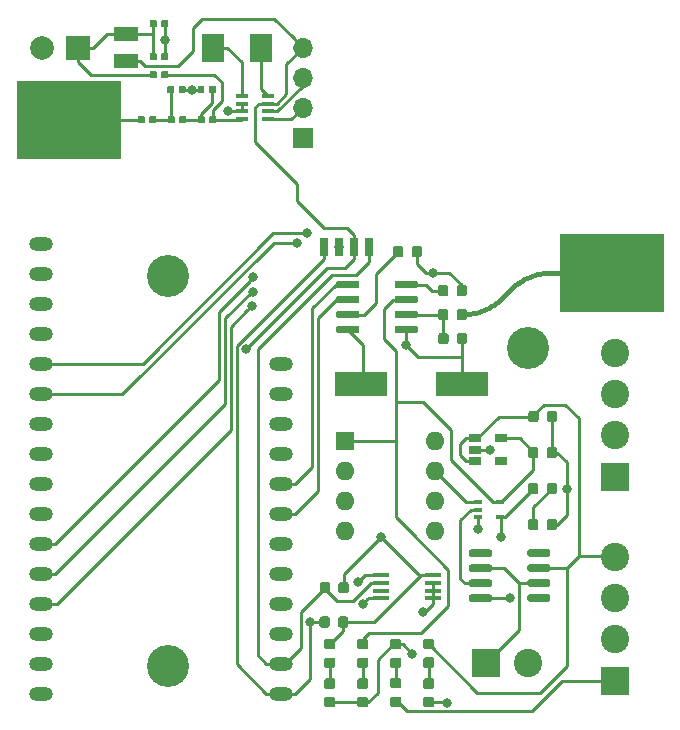
<source format=gbr>
G04 #@! TF.GenerationSoftware,KiCad,Pcbnew,(5.1.5-0-10_14)*
G04 #@! TF.CreationDate,2020-06-30T17:37:43-04:00*
G04 #@! TF.ProjectId,Pinky,50696e6b-792e-46b6-9963-61645f706362,rev?*
G04 #@! TF.SameCoordinates,Original*
G04 #@! TF.FileFunction,Copper,L1,Top*
G04 #@! TF.FilePolarity,Positive*
%FSLAX46Y46*%
G04 Gerber Fmt 4.6, Leading zero omitted, Abs format (unit mm)*
G04 Created by KiCad (PCBNEW (5.1.5-0-10_14)) date 2020-06-30 17:37:43*
%MOMM*%
%LPD*%
G04 APERTURE LIST*
%ADD10R,8.890000X6.600000*%
%ADD11C,0.100000*%
%ADD12R,1.900000X2.400000*%
%ADD13R,4.500000X2.000000*%
%ADD14R,0.650000X0.400000*%
%ADD15R,1.060000X0.650000*%
%ADD16O,1.600000X1.600000*%
%ADD17R,1.600000X1.600000*%
%ADD18R,0.700000X1.600000*%
%ADD19O,2.000000X1.200000*%
%ADD20R,1.450000X0.450000*%
%ADD21R,1.060000X0.400000*%
%ADD22C,2.000000*%
%ADD23R,2.000000X1.300000*%
%ADD24R,2.000000X2.000000*%
%ADD25C,2.400000*%
%ADD26R,2.400000X2.400000*%
%ADD27O,1.700000X1.700000*%
%ADD28R,1.700000X1.700000*%
%ADD29C,3.556000*%
%ADD30C,0.800000*%
%ADD31C,0.250000*%
%ADD32C,0.381000*%
G04 APERTURE END LIST*
D10*
X165608000Y-78994000D03*
X119632000Y-66040000D03*
G04 #@! TA.AperFunction,SMDPad,CuDef*
D11*
G36*
X126953958Y-57592710D02*
G01*
X126968276Y-57594834D01*
X126982317Y-57598351D01*
X126995946Y-57603228D01*
X127009031Y-57609417D01*
X127021447Y-57616858D01*
X127033073Y-57625481D01*
X127043798Y-57635202D01*
X127053519Y-57645927D01*
X127062142Y-57657553D01*
X127069583Y-57669969D01*
X127075772Y-57683054D01*
X127080649Y-57696683D01*
X127084166Y-57710724D01*
X127086290Y-57725042D01*
X127087000Y-57739500D01*
X127087000Y-58084500D01*
X127086290Y-58098958D01*
X127084166Y-58113276D01*
X127080649Y-58127317D01*
X127075772Y-58140946D01*
X127069583Y-58154031D01*
X127062142Y-58166447D01*
X127053519Y-58178073D01*
X127043798Y-58188798D01*
X127033073Y-58198519D01*
X127021447Y-58207142D01*
X127009031Y-58214583D01*
X126995946Y-58220772D01*
X126982317Y-58225649D01*
X126968276Y-58229166D01*
X126953958Y-58231290D01*
X126939500Y-58232000D01*
X126644500Y-58232000D01*
X126630042Y-58231290D01*
X126615724Y-58229166D01*
X126601683Y-58225649D01*
X126588054Y-58220772D01*
X126574969Y-58214583D01*
X126562553Y-58207142D01*
X126550927Y-58198519D01*
X126540202Y-58188798D01*
X126530481Y-58178073D01*
X126521858Y-58166447D01*
X126514417Y-58154031D01*
X126508228Y-58140946D01*
X126503351Y-58127317D01*
X126499834Y-58113276D01*
X126497710Y-58098958D01*
X126497000Y-58084500D01*
X126497000Y-57739500D01*
X126497710Y-57725042D01*
X126499834Y-57710724D01*
X126503351Y-57696683D01*
X126508228Y-57683054D01*
X126514417Y-57669969D01*
X126521858Y-57657553D01*
X126530481Y-57645927D01*
X126540202Y-57635202D01*
X126550927Y-57625481D01*
X126562553Y-57616858D01*
X126574969Y-57609417D01*
X126588054Y-57603228D01*
X126601683Y-57598351D01*
X126615724Y-57594834D01*
X126630042Y-57592710D01*
X126644500Y-57592000D01*
X126939500Y-57592000D01*
X126953958Y-57592710D01*
G37*
G04 #@! TD.AperFunction*
G04 #@! TA.AperFunction,SMDPad,CuDef*
G36*
X127923958Y-57592710D02*
G01*
X127938276Y-57594834D01*
X127952317Y-57598351D01*
X127965946Y-57603228D01*
X127979031Y-57609417D01*
X127991447Y-57616858D01*
X128003073Y-57625481D01*
X128013798Y-57635202D01*
X128023519Y-57645927D01*
X128032142Y-57657553D01*
X128039583Y-57669969D01*
X128045772Y-57683054D01*
X128050649Y-57696683D01*
X128054166Y-57710724D01*
X128056290Y-57725042D01*
X128057000Y-57739500D01*
X128057000Y-58084500D01*
X128056290Y-58098958D01*
X128054166Y-58113276D01*
X128050649Y-58127317D01*
X128045772Y-58140946D01*
X128039583Y-58154031D01*
X128032142Y-58166447D01*
X128023519Y-58178073D01*
X128013798Y-58188798D01*
X128003073Y-58198519D01*
X127991447Y-58207142D01*
X127979031Y-58214583D01*
X127965946Y-58220772D01*
X127952317Y-58225649D01*
X127938276Y-58229166D01*
X127923958Y-58231290D01*
X127909500Y-58232000D01*
X127614500Y-58232000D01*
X127600042Y-58231290D01*
X127585724Y-58229166D01*
X127571683Y-58225649D01*
X127558054Y-58220772D01*
X127544969Y-58214583D01*
X127532553Y-58207142D01*
X127520927Y-58198519D01*
X127510202Y-58188798D01*
X127500481Y-58178073D01*
X127491858Y-58166447D01*
X127484417Y-58154031D01*
X127478228Y-58140946D01*
X127473351Y-58127317D01*
X127469834Y-58113276D01*
X127467710Y-58098958D01*
X127467000Y-58084500D01*
X127467000Y-57739500D01*
X127467710Y-57725042D01*
X127469834Y-57710724D01*
X127473351Y-57696683D01*
X127478228Y-57683054D01*
X127484417Y-57669969D01*
X127491858Y-57657553D01*
X127500481Y-57645927D01*
X127510202Y-57635202D01*
X127520927Y-57625481D01*
X127532553Y-57616858D01*
X127544969Y-57609417D01*
X127558054Y-57603228D01*
X127571683Y-57598351D01*
X127585724Y-57594834D01*
X127600042Y-57592710D01*
X127614500Y-57592000D01*
X127909500Y-57592000D01*
X127923958Y-57592710D01*
G37*
G04 #@! TD.AperFunction*
G04 #@! TA.AperFunction,SMDPad,CuDef*
G36*
X126953958Y-60386710D02*
G01*
X126968276Y-60388834D01*
X126982317Y-60392351D01*
X126995946Y-60397228D01*
X127009031Y-60403417D01*
X127021447Y-60410858D01*
X127033073Y-60419481D01*
X127043798Y-60429202D01*
X127053519Y-60439927D01*
X127062142Y-60451553D01*
X127069583Y-60463969D01*
X127075772Y-60477054D01*
X127080649Y-60490683D01*
X127084166Y-60504724D01*
X127086290Y-60519042D01*
X127087000Y-60533500D01*
X127087000Y-60878500D01*
X127086290Y-60892958D01*
X127084166Y-60907276D01*
X127080649Y-60921317D01*
X127075772Y-60934946D01*
X127069583Y-60948031D01*
X127062142Y-60960447D01*
X127053519Y-60972073D01*
X127043798Y-60982798D01*
X127033073Y-60992519D01*
X127021447Y-61001142D01*
X127009031Y-61008583D01*
X126995946Y-61014772D01*
X126982317Y-61019649D01*
X126968276Y-61023166D01*
X126953958Y-61025290D01*
X126939500Y-61026000D01*
X126644500Y-61026000D01*
X126630042Y-61025290D01*
X126615724Y-61023166D01*
X126601683Y-61019649D01*
X126588054Y-61014772D01*
X126574969Y-61008583D01*
X126562553Y-61001142D01*
X126550927Y-60992519D01*
X126540202Y-60982798D01*
X126530481Y-60972073D01*
X126521858Y-60960447D01*
X126514417Y-60948031D01*
X126508228Y-60934946D01*
X126503351Y-60921317D01*
X126499834Y-60907276D01*
X126497710Y-60892958D01*
X126497000Y-60878500D01*
X126497000Y-60533500D01*
X126497710Y-60519042D01*
X126499834Y-60504724D01*
X126503351Y-60490683D01*
X126508228Y-60477054D01*
X126514417Y-60463969D01*
X126521858Y-60451553D01*
X126530481Y-60439927D01*
X126540202Y-60429202D01*
X126550927Y-60419481D01*
X126562553Y-60410858D01*
X126574969Y-60403417D01*
X126588054Y-60397228D01*
X126601683Y-60392351D01*
X126615724Y-60388834D01*
X126630042Y-60386710D01*
X126644500Y-60386000D01*
X126939500Y-60386000D01*
X126953958Y-60386710D01*
G37*
G04 #@! TD.AperFunction*
G04 #@! TA.AperFunction,SMDPad,CuDef*
G36*
X127923958Y-60386710D02*
G01*
X127938276Y-60388834D01*
X127952317Y-60392351D01*
X127965946Y-60397228D01*
X127979031Y-60403417D01*
X127991447Y-60410858D01*
X128003073Y-60419481D01*
X128013798Y-60429202D01*
X128023519Y-60439927D01*
X128032142Y-60451553D01*
X128039583Y-60463969D01*
X128045772Y-60477054D01*
X128050649Y-60490683D01*
X128054166Y-60504724D01*
X128056290Y-60519042D01*
X128057000Y-60533500D01*
X128057000Y-60878500D01*
X128056290Y-60892958D01*
X128054166Y-60907276D01*
X128050649Y-60921317D01*
X128045772Y-60934946D01*
X128039583Y-60948031D01*
X128032142Y-60960447D01*
X128023519Y-60972073D01*
X128013798Y-60982798D01*
X128003073Y-60992519D01*
X127991447Y-61001142D01*
X127979031Y-61008583D01*
X127965946Y-61014772D01*
X127952317Y-61019649D01*
X127938276Y-61023166D01*
X127923958Y-61025290D01*
X127909500Y-61026000D01*
X127614500Y-61026000D01*
X127600042Y-61025290D01*
X127585724Y-61023166D01*
X127571683Y-61019649D01*
X127558054Y-61014772D01*
X127544969Y-61008583D01*
X127532553Y-61001142D01*
X127520927Y-60992519D01*
X127510202Y-60982798D01*
X127500481Y-60972073D01*
X127491858Y-60960447D01*
X127484417Y-60948031D01*
X127478228Y-60934946D01*
X127473351Y-60921317D01*
X127469834Y-60907276D01*
X127467710Y-60892958D01*
X127467000Y-60878500D01*
X127467000Y-60533500D01*
X127467710Y-60519042D01*
X127469834Y-60504724D01*
X127473351Y-60490683D01*
X127478228Y-60477054D01*
X127484417Y-60463969D01*
X127491858Y-60451553D01*
X127500481Y-60439927D01*
X127510202Y-60429202D01*
X127520927Y-60419481D01*
X127532553Y-60410858D01*
X127544969Y-60403417D01*
X127558054Y-60397228D01*
X127571683Y-60392351D01*
X127585724Y-60388834D01*
X127600042Y-60386710D01*
X127614500Y-60386000D01*
X127909500Y-60386000D01*
X127923958Y-60386710D01*
G37*
G04 #@! TD.AperFunction*
G04 #@! TA.AperFunction,SMDPad,CuDef*
G36*
X126953958Y-61910710D02*
G01*
X126968276Y-61912834D01*
X126982317Y-61916351D01*
X126995946Y-61921228D01*
X127009031Y-61927417D01*
X127021447Y-61934858D01*
X127033073Y-61943481D01*
X127043798Y-61953202D01*
X127053519Y-61963927D01*
X127062142Y-61975553D01*
X127069583Y-61987969D01*
X127075772Y-62001054D01*
X127080649Y-62014683D01*
X127084166Y-62028724D01*
X127086290Y-62043042D01*
X127087000Y-62057500D01*
X127087000Y-62402500D01*
X127086290Y-62416958D01*
X127084166Y-62431276D01*
X127080649Y-62445317D01*
X127075772Y-62458946D01*
X127069583Y-62472031D01*
X127062142Y-62484447D01*
X127053519Y-62496073D01*
X127043798Y-62506798D01*
X127033073Y-62516519D01*
X127021447Y-62525142D01*
X127009031Y-62532583D01*
X126995946Y-62538772D01*
X126982317Y-62543649D01*
X126968276Y-62547166D01*
X126953958Y-62549290D01*
X126939500Y-62550000D01*
X126644500Y-62550000D01*
X126630042Y-62549290D01*
X126615724Y-62547166D01*
X126601683Y-62543649D01*
X126588054Y-62538772D01*
X126574969Y-62532583D01*
X126562553Y-62525142D01*
X126550927Y-62516519D01*
X126540202Y-62506798D01*
X126530481Y-62496073D01*
X126521858Y-62484447D01*
X126514417Y-62472031D01*
X126508228Y-62458946D01*
X126503351Y-62445317D01*
X126499834Y-62431276D01*
X126497710Y-62416958D01*
X126497000Y-62402500D01*
X126497000Y-62057500D01*
X126497710Y-62043042D01*
X126499834Y-62028724D01*
X126503351Y-62014683D01*
X126508228Y-62001054D01*
X126514417Y-61987969D01*
X126521858Y-61975553D01*
X126530481Y-61963927D01*
X126540202Y-61953202D01*
X126550927Y-61943481D01*
X126562553Y-61934858D01*
X126574969Y-61927417D01*
X126588054Y-61921228D01*
X126601683Y-61916351D01*
X126615724Y-61912834D01*
X126630042Y-61910710D01*
X126644500Y-61910000D01*
X126939500Y-61910000D01*
X126953958Y-61910710D01*
G37*
G04 #@! TD.AperFunction*
G04 #@! TA.AperFunction,SMDPad,CuDef*
G36*
X127923958Y-61910710D02*
G01*
X127938276Y-61912834D01*
X127952317Y-61916351D01*
X127965946Y-61921228D01*
X127979031Y-61927417D01*
X127991447Y-61934858D01*
X128003073Y-61943481D01*
X128013798Y-61953202D01*
X128023519Y-61963927D01*
X128032142Y-61975553D01*
X128039583Y-61987969D01*
X128045772Y-62001054D01*
X128050649Y-62014683D01*
X128054166Y-62028724D01*
X128056290Y-62043042D01*
X128057000Y-62057500D01*
X128057000Y-62402500D01*
X128056290Y-62416958D01*
X128054166Y-62431276D01*
X128050649Y-62445317D01*
X128045772Y-62458946D01*
X128039583Y-62472031D01*
X128032142Y-62484447D01*
X128023519Y-62496073D01*
X128013798Y-62506798D01*
X128003073Y-62516519D01*
X127991447Y-62525142D01*
X127979031Y-62532583D01*
X127965946Y-62538772D01*
X127952317Y-62543649D01*
X127938276Y-62547166D01*
X127923958Y-62549290D01*
X127909500Y-62550000D01*
X127614500Y-62550000D01*
X127600042Y-62549290D01*
X127585724Y-62547166D01*
X127571683Y-62543649D01*
X127558054Y-62538772D01*
X127544969Y-62532583D01*
X127532553Y-62525142D01*
X127520927Y-62516519D01*
X127510202Y-62506798D01*
X127500481Y-62496073D01*
X127491858Y-62484447D01*
X127484417Y-62472031D01*
X127478228Y-62458946D01*
X127473351Y-62445317D01*
X127469834Y-62431276D01*
X127467710Y-62416958D01*
X127467000Y-62402500D01*
X127467000Y-62057500D01*
X127467710Y-62043042D01*
X127469834Y-62028724D01*
X127473351Y-62014683D01*
X127478228Y-62001054D01*
X127484417Y-61987969D01*
X127491858Y-61975553D01*
X127500481Y-61963927D01*
X127510202Y-61953202D01*
X127520927Y-61943481D01*
X127532553Y-61934858D01*
X127544969Y-61927417D01*
X127558054Y-61921228D01*
X127571683Y-61916351D01*
X127585724Y-61912834D01*
X127600042Y-61910710D01*
X127614500Y-61910000D01*
X127909500Y-61910000D01*
X127923958Y-61910710D01*
G37*
G04 #@! TD.AperFunction*
D12*
X135926000Y-59944000D03*
X131826000Y-59944000D03*
D13*
X152908000Y-88392000D03*
X144408000Y-88392000D03*
G04 #@! TA.AperFunction,SMDPad,CuDef*
D11*
G36*
X160286703Y-102443722D02*
G01*
X160301264Y-102445882D01*
X160315543Y-102449459D01*
X160329403Y-102454418D01*
X160342710Y-102460712D01*
X160355336Y-102468280D01*
X160367159Y-102477048D01*
X160378066Y-102486934D01*
X160387952Y-102497841D01*
X160396720Y-102509664D01*
X160404288Y-102522290D01*
X160410582Y-102535597D01*
X160415541Y-102549457D01*
X160419118Y-102563736D01*
X160421278Y-102578297D01*
X160422000Y-102593000D01*
X160422000Y-102893000D01*
X160421278Y-102907703D01*
X160419118Y-102922264D01*
X160415541Y-102936543D01*
X160410582Y-102950403D01*
X160404288Y-102963710D01*
X160396720Y-102976336D01*
X160387952Y-102988159D01*
X160378066Y-102999066D01*
X160367159Y-103008952D01*
X160355336Y-103017720D01*
X160342710Y-103025288D01*
X160329403Y-103031582D01*
X160315543Y-103036541D01*
X160301264Y-103040118D01*
X160286703Y-103042278D01*
X160272000Y-103043000D01*
X158622000Y-103043000D01*
X158607297Y-103042278D01*
X158592736Y-103040118D01*
X158578457Y-103036541D01*
X158564597Y-103031582D01*
X158551290Y-103025288D01*
X158538664Y-103017720D01*
X158526841Y-103008952D01*
X158515934Y-102999066D01*
X158506048Y-102988159D01*
X158497280Y-102976336D01*
X158489712Y-102963710D01*
X158483418Y-102950403D01*
X158478459Y-102936543D01*
X158474882Y-102922264D01*
X158472722Y-102907703D01*
X158472000Y-102893000D01*
X158472000Y-102593000D01*
X158472722Y-102578297D01*
X158474882Y-102563736D01*
X158478459Y-102549457D01*
X158483418Y-102535597D01*
X158489712Y-102522290D01*
X158497280Y-102509664D01*
X158506048Y-102497841D01*
X158515934Y-102486934D01*
X158526841Y-102477048D01*
X158538664Y-102468280D01*
X158551290Y-102460712D01*
X158564597Y-102454418D01*
X158578457Y-102449459D01*
X158592736Y-102445882D01*
X158607297Y-102443722D01*
X158622000Y-102443000D01*
X160272000Y-102443000D01*
X160286703Y-102443722D01*
G37*
G04 #@! TD.AperFunction*
G04 #@! TA.AperFunction,SMDPad,CuDef*
G36*
X160286703Y-103713722D02*
G01*
X160301264Y-103715882D01*
X160315543Y-103719459D01*
X160329403Y-103724418D01*
X160342710Y-103730712D01*
X160355336Y-103738280D01*
X160367159Y-103747048D01*
X160378066Y-103756934D01*
X160387952Y-103767841D01*
X160396720Y-103779664D01*
X160404288Y-103792290D01*
X160410582Y-103805597D01*
X160415541Y-103819457D01*
X160419118Y-103833736D01*
X160421278Y-103848297D01*
X160422000Y-103863000D01*
X160422000Y-104163000D01*
X160421278Y-104177703D01*
X160419118Y-104192264D01*
X160415541Y-104206543D01*
X160410582Y-104220403D01*
X160404288Y-104233710D01*
X160396720Y-104246336D01*
X160387952Y-104258159D01*
X160378066Y-104269066D01*
X160367159Y-104278952D01*
X160355336Y-104287720D01*
X160342710Y-104295288D01*
X160329403Y-104301582D01*
X160315543Y-104306541D01*
X160301264Y-104310118D01*
X160286703Y-104312278D01*
X160272000Y-104313000D01*
X158622000Y-104313000D01*
X158607297Y-104312278D01*
X158592736Y-104310118D01*
X158578457Y-104306541D01*
X158564597Y-104301582D01*
X158551290Y-104295288D01*
X158538664Y-104287720D01*
X158526841Y-104278952D01*
X158515934Y-104269066D01*
X158506048Y-104258159D01*
X158497280Y-104246336D01*
X158489712Y-104233710D01*
X158483418Y-104220403D01*
X158478459Y-104206543D01*
X158474882Y-104192264D01*
X158472722Y-104177703D01*
X158472000Y-104163000D01*
X158472000Y-103863000D01*
X158472722Y-103848297D01*
X158474882Y-103833736D01*
X158478459Y-103819457D01*
X158483418Y-103805597D01*
X158489712Y-103792290D01*
X158497280Y-103779664D01*
X158506048Y-103767841D01*
X158515934Y-103756934D01*
X158526841Y-103747048D01*
X158538664Y-103738280D01*
X158551290Y-103730712D01*
X158564597Y-103724418D01*
X158578457Y-103719459D01*
X158592736Y-103715882D01*
X158607297Y-103713722D01*
X158622000Y-103713000D01*
X160272000Y-103713000D01*
X160286703Y-103713722D01*
G37*
G04 #@! TD.AperFunction*
G04 #@! TA.AperFunction,SMDPad,CuDef*
G36*
X160286703Y-104983722D02*
G01*
X160301264Y-104985882D01*
X160315543Y-104989459D01*
X160329403Y-104994418D01*
X160342710Y-105000712D01*
X160355336Y-105008280D01*
X160367159Y-105017048D01*
X160378066Y-105026934D01*
X160387952Y-105037841D01*
X160396720Y-105049664D01*
X160404288Y-105062290D01*
X160410582Y-105075597D01*
X160415541Y-105089457D01*
X160419118Y-105103736D01*
X160421278Y-105118297D01*
X160422000Y-105133000D01*
X160422000Y-105433000D01*
X160421278Y-105447703D01*
X160419118Y-105462264D01*
X160415541Y-105476543D01*
X160410582Y-105490403D01*
X160404288Y-105503710D01*
X160396720Y-105516336D01*
X160387952Y-105528159D01*
X160378066Y-105539066D01*
X160367159Y-105548952D01*
X160355336Y-105557720D01*
X160342710Y-105565288D01*
X160329403Y-105571582D01*
X160315543Y-105576541D01*
X160301264Y-105580118D01*
X160286703Y-105582278D01*
X160272000Y-105583000D01*
X158622000Y-105583000D01*
X158607297Y-105582278D01*
X158592736Y-105580118D01*
X158578457Y-105576541D01*
X158564597Y-105571582D01*
X158551290Y-105565288D01*
X158538664Y-105557720D01*
X158526841Y-105548952D01*
X158515934Y-105539066D01*
X158506048Y-105528159D01*
X158497280Y-105516336D01*
X158489712Y-105503710D01*
X158483418Y-105490403D01*
X158478459Y-105476543D01*
X158474882Y-105462264D01*
X158472722Y-105447703D01*
X158472000Y-105433000D01*
X158472000Y-105133000D01*
X158472722Y-105118297D01*
X158474882Y-105103736D01*
X158478459Y-105089457D01*
X158483418Y-105075597D01*
X158489712Y-105062290D01*
X158497280Y-105049664D01*
X158506048Y-105037841D01*
X158515934Y-105026934D01*
X158526841Y-105017048D01*
X158538664Y-105008280D01*
X158551290Y-105000712D01*
X158564597Y-104994418D01*
X158578457Y-104989459D01*
X158592736Y-104985882D01*
X158607297Y-104983722D01*
X158622000Y-104983000D01*
X160272000Y-104983000D01*
X160286703Y-104983722D01*
G37*
G04 #@! TD.AperFunction*
G04 #@! TA.AperFunction,SMDPad,CuDef*
G36*
X160286703Y-106253722D02*
G01*
X160301264Y-106255882D01*
X160315543Y-106259459D01*
X160329403Y-106264418D01*
X160342710Y-106270712D01*
X160355336Y-106278280D01*
X160367159Y-106287048D01*
X160378066Y-106296934D01*
X160387952Y-106307841D01*
X160396720Y-106319664D01*
X160404288Y-106332290D01*
X160410582Y-106345597D01*
X160415541Y-106359457D01*
X160419118Y-106373736D01*
X160421278Y-106388297D01*
X160422000Y-106403000D01*
X160422000Y-106703000D01*
X160421278Y-106717703D01*
X160419118Y-106732264D01*
X160415541Y-106746543D01*
X160410582Y-106760403D01*
X160404288Y-106773710D01*
X160396720Y-106786336D01*
X160387952Y-106798159D01*
X160378066Y-106809066D01*
X160367159Y-106818952D01*
X160355336Y-106827720D01*
X160342710Y-106835288D01*
X160329403Y-106841582D01*
X160315543Y-106846541D01*
X160301264Y-106850118D01*
X160286703Y-106852278D01*
X160272000Y-106853000D01*
X158622000Y-106853000D01*
X158607297Y-106852278D01*
X158592736Y-106850118D01*
X158578457Y-106846541D01*
X158564597Y-106841582D01*
X158551290Y-106835288D01*
X158538664Y-106827720D01*
X158526841Y-106818952D01*
X158515934Y-106809066D01*
X158506048Y-106798159D01*
X158497280Y-106786336D01*
X158489712Y-106773710D01*
X158483418Y-106760403D01*
X158478459Y-106746543D01*
X158474882Y-106732264D01*
X158472722Y-106717703D01*
X158472000Y-106703000D01*
X158472000Y-106403000D01*
X158472722Y-106388297D01*
X158474882Y-106373736D01*
X158478459Y-106359457D01*
X158483418Y-106345597D01*
X158489712Y-106332290D01*
X158497280Y-106319664D01*
X158506048Y-106307841D01*
X158515934Y-106296934D01*
X158526841Y-106287048D01*
X158538664Y-106278280D01*
X158551290Y-106270712D01*
X158564597Y-106264418D01*
X158578457Y-106259459D01*
X158592736Y-106255882D01*
X158607297Y-106253722D01*
X158622000Y-106253000D01*
X160272000Y-106253000D01*
X160286703Y-106253722D01*
G37*
G04 #@! TD.AperFunction*
G04 #@! TA.AperFunction,SMDPad,CuDef*
G36*
X155336703Y-106253722D02*
G01*
X155351264Y-106255882D01*
X155365543Y-106259459D01*
X155379403Y-106264418D01*
X155392710Y-106270712D01*
X155405336Y-106278280D01*
X155417159Y-106287048D01*
X155428066Y-106296934D01*
X155437952Y-106307841D01*
X155446720Y-106319664D01*
X155454288Y-106332290D01*
X155460582Y-106345597D01*
X155465541Y-106359457D01*
X155469118Y-106373736D01*
X155471278Y-106388297D01*
X155472000Y-106403000D01*
X155472000Y-106703000D01*
X155471278Y-106717703D01*
X155469118Y-106732264D01*
X155465541Y-106746543D01*
X155460582Y-106760403D01*
X155454288Y-106773710D01*
X155446720Y-106786336D01*
X155437952Y-106798159D01*
X155428066Y-106809066D01*
X155417159Y-106818952D01*
X155405336Y-106827720D01*
X155392710Y-106835288D01*
X155379403Y-106841582D01*
X155365543Y-106846541D01*
X155351264Y-106850118D01*
X155336703Y-106852278D01*
X155322000Y-106853000D01*
X153672000Y-106853000D01*
X153657297Y-106852278D01*
X153642736Y-106850118D01*
X153628457Y-106846541D01*
X153614597Y-106841582D01*
X153601290Y-106835288D01*
X153588664Y-106827720D01*
X153576841Y-106818952D01*
X153565934Y-106809066D01*
X153556048Y-106798159D01*
X153547280Y-106786336D01*
X153539712Y-106773710D01*
X153533418Y-106760403D01*
X153528459Y-106746543D01*
X153524882Y-106732264D01*
X153522722Y-106717703D01*
X153522000Y-106703000D01*
X153522000Y-106403000D01*
X153522722Y-106388297D01*
X153524882Y-106373736D01*
X153528459Y-106359457D01*
X153533418Y-106345597D01*
X153539712Y-106332290D01*
X153547280Y-106319664D01*
X153556048Y-106307841D01*
X153565934Y-106296934D01*
X153576841Y-106287048D01*
X153588664Y-106278280D01*
X153601290Y-106270712D01*
X153614597Y-106264418D01*
X153628457Y-106259459D01*
X153642736Y-106255882D01*
X153657297Y-106253722D01*
X153672000Y-106253000D01*
X155322000Y-106253000D01*
X155336703Y-106253722D01*
G37*
G04 #@! TD.AperFunction*
G04 #@! TA.AperFunction,SMDPad,CuDef*
G36*
X155336703Y-104983722D02*
G01*
X155351264Y-104985882D01*
X155365543Y-104989459D01*
X155379403Y-104994418D01*
X155392710Y-105000712D01*
X155405336Y-105008280D01*
X155417159Y-105017048D01*
X155428066Y-105026934D01*
X155437952Y-105037841D01*
X155446720Y-105049664D01*
X155454288Y-105062290D01*
X155460582Y-105075597D01*
X155465541Y-105089457D01*
X155469118Y-105103736D01*
X155471278Y-105118297D01*
X155472000Y-105133000D01*
X155472000Y-105433000D01*
X155471278Y-105447703D01*
X155469118Y-105462264D01*
X155465541Y-105476543D01*
X155460582Y-105490403D01*
X155454288Y-105503710D01*
X155446720Y-105516336D01*
X155437952Y-105528159D01*
X155428066Y-105539066D01*
X155417159Y-105548952D01*
X155405336Y-105557720D01*
X155392710Y-105565288D01*
X155379403Y-105571582D01*
X155365543Y-105576541D01*
X155351264Y-105580118D01*
X155336703Y-105582278D01*
X155322000Y-105583000D01*
X153672000Y-105583000D01*
X153657297Y-105582278D01*
X153642736Y-105580118D01*
X153628457Y-105576541D01*
X153614597Y-105571582D01*
X153601290Y-105565288D01*
X153588664Y-105557720D01*
X153576841Y-105548952D01*
X153565934Y-105539066D01*
X153556048Y-105528159D01*
X153547280Y-105516336D01*
X153539712Y-105503710D01*
X153533418Y-105490403D01*
X153528459Y-105476543D01*
X153524882Y-105462264D01*
X153522722Y-105447703D01*
X153522000Y-105433000D01*
X153522000Y-105133000D01*
X153522722Y-105118297D01*
X153524882Y-105103736D01*
X153528459Y-105089457D01*
X153533418Y-105075597D01*
X153539712Y-105062290D01*
X153547280Y-105049664D01*
X153556048Y-105037841D01*
X153565934Y-105026934D01*
X153576841Y-105017048D01*
X153588664Y-105008280D01*
X153601290Y-105000712D01*
X153614597Y-104994418D01*
X153628457Y-104989459D01*
X153642736Y-104985882D01*
X153657297Y-104983722D01*
X153672000Y-104983000D01*
X155322000Y-104983000D01*
X155336703Y-104983722D01*
G37*
G04 #@! TD.AperFunction*
G04 #@! TA.AperFunction,SMDPad,CuDef*
G36*
X155336703Y-103713722D02*
G01*
X155351264Y-103715882D01*
X155365543Y-103719459D01*
X155379403Y-103724418D01*
X155392710Y-103730712D01*
X155405336Y-103738280D01*
X155417159Y-103747048D01*
X155428066Y-103756934D01*
X155437952Y-103767841D01*
X155446720Y-103779664D01*
X155454288Y-103792290D01*
X155460582Y-103805597D01*
X155465541Y-103819457D01*
X155469118Y-103833736D01*
X155471278Y-103848297D01*
X155472000Y-103863000D01*
X155472000Y-104163000D01*
X155471278Y-104177703D01*
X155469118Y-104192264D01*
X155465541Y-104206543D01*
X155460582Y-104220403D01*
X155454288Y-104233710D01*
X155446720Y-104246336D01*
X155437952Y-104258159D01*
X155428066Y-104269066D01*
X155417159Y-104278952D01*
X155405336Y-104287720D01*
X155392710Y-104295288D01*
X155379403Y-104301582D01*
X155365543Y-104306541D01*
X155351264Y-104310118D01*
X155336703Y-104312278D01*
X155322000Y-104313000D01*
X153672000Y-104313000D01*
X153657297Y-104312278D01*
X153642736Y-104310118D01*
X153628457Y-104306541D01*
X153614597Y-104301582D01*
X153601290Y-104295288D01*
X153588664Y-104287720D01*
X153576841Y-104278952D01*
X153565934Y-104269066D01*
X153556048Y-104258159D01*
X153547280Y-104246336D01*
X153539712Y-104233710D01*
X153533418Y-104220403D01*
X153528459Y-104206543D01*
X153524882Y-104192264D01*
X153522722Y-104177703D01*
X153522000Y-104163000D01*
X153522000Y-103863000D01*
X153522722Y-103848297D01*
X153524882Y-103833736D01*
X153528459Y-103819457D01*
X153533418Y-103805597D01*
X153539712Y-103792290D01*
X153547280Y-103779664D01*
X153556048Y-103767841D01*
X153565934Y-103756934D01*
X153576841Y-103747048D01*
X153588664Y-103738280D01*
X153601290Y-103730712D01*
X153614597Y-103724418D01*
X153628457Y-103719459D01*
X153642736Y-103715882D01*
X153657297Y-103713722D01*
X153672000Y-103713000D01*
X155322000Y-103713000D01*
X155336703Y-103713722D01*
G37*
G04 #@! TD.AperFunction*
G04 #@! TA.AperFunction,SMDPad,CuDef*
G36*
X155336703Y-102443722D02*
G01*
X155351264Y-102445882D01*
X155365543Y-102449459D01*
X155379403Y-102454418D01*
X155392710Y-102460712D01*
X155405336Y-102468280D01*
X155417159Y-102477048D01*
X155428066Y-102486934D01*
X155437952Y-102497841D01*
X155446720Y-102509664D01*
X155454288Y-102522290D01*
X155460582Y-102535597D01*
X155465541Y-102549457D01*
X155469118Y-102563736D01*
X155471278Y-102578297D01*
X155472000Y-102593000D01*
X155472000Y-102893000D01*
X155471278Y-102907703D01*
X155469118Y-102922264D01*
X155465541Y-102936543D01*
X155460582Y-102950403D01*
X155454288Y-102963710D01*
X155446720Y-102976336D01*
X155437952Y-102988159D01*
X155428066Y-102999066D01*
X155417159Y-103008952D01*
X155405336Y-103017720D01*
X155392710Y-103025288D01*
X155379403Y-103031582D01*
X155365543Y-103036541D01*
X155351264Y-103040118D01*
X155336703Y-103042278D01*
X155322000Y-103043000D01*
X153672000Y-103043000D01*
X153657297Y-103042278D01*
X153642736Y-103040118D01*
X153628457Y-103036541D01*
X153614597Y-103031582D01*
X153601290Y-103025288D01*
X153588664Y-103017720D01*
X153576841Y-103008952D01*
X153565934Y-102999066D01*
X153556048Y-102988159D01*
X153547280Y-102976336D01*
X153539712Y-102963710D01*
X153533418Y-102950403D01*
X153528459Y-102936543D01*
X153524882Y-102922264D01*
X153522722Y-102907703D01*
X153522000Y-102893000D01*
X153522000Y-102593000D01*
X153522722Y-102578297D01*
X153524882Y-102563736D01*
X153528459Y-102549457D01*
X153533418Y-102535597D01*
X153539712Y-102522290D01*
X153547280Y-102509664D01*
X153556048Y-102497841D01*
X153565934Y-102486934D01*
X153576841Y-102477048D01*
X153588664Y-102468280D01*
X153601290Y-102460712D01*
X153614597Y-102454418D01*
X153628457Y-102449459D01*
X153642736Y-102445882D01*
X153657297Y-102443722D01*
X153672000Y-102443000D01*
X155322000Y-102443000D01*
X155336703Y-102443722D01*
G37*
G04 #@! TD.AperFunction*
D14*
X156144000Y-98410000D03*
X156144000Y-99710000D03*
X154244000Y-99060000D03*
X154244000Y-99710000D03*
X154244000Y-98410000D03*
D15*
X156210000Y-93030000D03*
X156210000Y-94930000D03*
X154010000Y-94930000D03*
X154010000Y-93980000D03*
X154010000Y-93030000D03*
D16*
X150622000Y-93218000D03*
X143002000Y-100838000D03*
X150622000Y-95758000D03*
X143002000Y-98298000D03*
X150622000Y-98298000D03*
X143002000Y-95758000D03*
X150622000Y-100838000D03*
D17*
X143002000Y-93218000D03*
D18*
X141224000Y-76835000D03*
X142494000Y-76835000D03*
X143764000Y-76835000D03*
X145034000Y-76835000D03*
D19*
X117260000Y-114644000D03*
X137580000Y-114644000D03*
X117260000Y-112104000D03*
X137580000Y-112104000D03*
X117260000Y-109564000D03*
X137580000Y-109564000D03*
X117260000Y-107024000D03*
X137580000Y-107024000D03*
X117260000Y-104484000D03*
X137580000Y-104484000D03*
X117260000Y-101944000D03*
X137580000Y-101944000D03*
X117260000Y-99404000D03*
X137580000Y-99404000D03*
X117260000Y-96864000D03*
X137580000Y-96864000D03*
X117260000Y-94324000D03*
X137580000Y-94324000D03*
X117260000Y-91784000D03*
X137580000Y-91784000D03*
X117260000Y-89244000D03*
X137580000Y-89244000D03*
X117260000Y-86704000D03*
X137580000Y-86704000D03*
X117260000Y-84164000D03*
X117260000Y-81624000D03*
X117260000Y-79084000D03*
X117260000Y-76544000D03*
D20*
X150450000Y-104618000D03*
X150450000Y-105268000D03*
X150450000Y-105918000D03*
X150450000Y-106568000D03*
X146050000Y-106568000D03*
X146050000Y-105918000D03*
X146050000Y-105268000D03*
X146050000Y-104618000D03*
G04 #@! TA.AperFunction,SMDPad,CuDef*
D11*
G36*
X144095703Y-83520722D02*
G01*
X144110264Y-83522882D01*
X144124543Y-83526459D01*
X144138403Y-83531418D01*
X144151710Y-83537712D01*
X144164336Y-83545280D01*
X144176159Y-83554048D01*
X144187066Y-83563934D01*
X144196952Y-83574841D01*
X144205720Y-83586664D01*
X144213288Y-83599290D01*
X144219582Y-83612597D01*
X144224541Y-83626457D01*
X144228118Y-83640736D01*
X144230278Y-83655297D01*
X144231000Y-83670000D01*
X144231000Y-83970000D01*
X144230278Y-83984703D01*
X144228118Y-83999264D01*
X144224541Y-84013543D01*
X144219582Y-84027403D01*
X144213288Y-84040710D01*
X144205720Y-84053336D01*
X144196952Y-84065159D01*
X144187066Y-84076066D01*
X144176159Y-84085952D01*
X144164336Y-84094720D01*
X144151710Y-84102288D01*
X144138403Y-84108582D01*
X144124543Y-84113541D01*
X144110264Y-84117118D01*
X144095703Y-84119278D01*
X144081000Y-84120000D01*
X142431000Y-84120000D01*
X142416297Y-84119278D01*
X142401736Y-84117118D01*
X142387457Y-84113541D01*
X142373597Y-84108582D01*
X142360290Y-84102288D01*
X142347664Y-84094720D01*
X142335841Y-84085952D01*
X142324934Y-84076066D01*
X142315048Y-84065159D01*
X142306280Y-84053336D01*
X142298712Y-84040710D01*
X142292418Y-84027403D01*
X142287459Y-84013543D01*
X142283882Y-83999264D01*
X142281722Y-83984703D01*
X142281000Y-83970000D01*
X142281000Y-83670000D01*
X142281722Y-83655297D01*
X142283882Y-83640736D01*
X142287459Y-83626457D01*
X142292418Y-83612597D01*
X142298712Y-83599290D01*
X142306280Y-83586664D01*
X142315048Y-83574841D01*
X142324934Y-83563934D01*
X142335841Y-83554048D01*
X142347664Y-83545280D01*
X142360290Y-83537712D01*
X142373597Y-83531418D01*
X142387457Y-83526459D01*
X142401736Y-83522882D01*
X142416297Y-83520722D01*
X142431000Y-83520000D01*
X144081000Y-83520000D01*
X144095703Y-83520722D01*
G37*
G04 #@! TD.AperFunction*
G04 #@! TA.AperFunction,SMDPad,CuDef*
G36*
X144095703Y-82250722D02*
G01*
X144110264Y-82252882D01*
X144124543Y-82256459D01*
X144138403Y-82261418D01*
X144151710Y-82267712D01*
X144164336Y-82275280D01*
X144176159Y-82284048D01*
X144187066Y-82293934D01*
X144196952Y-82304841D01*
X144205720Y-82316664D01*
X144213288Y-82329290D01*
X144219582Y-82342597D01*
X144224541Y-82356457D01*
X144228118Y-82370736D01*
X144230278Y-82385297D01*
X144231000Y-82400000D01*
X144231000Y-82700000D01*
X144230278Y-82714703D01*
X144228118Y-82729264D01*
X144224541Y-82743543D01*
X144219582Y-82757403D01*
X144213288Y-82770710D01*
X144205720Y-82783336D01*
X144196952Y-82795159D01*
X144187066Y-82806066D01*
X144176159Y-82815952D01*
X144164336Y-82824720D01*
X144151710Y-82832288D01*
X144138403Y-82838582D01*
X144124543Y-82843541D01*
X144110264Y-82847118D01*
X144095703Y-82849278D01*
X144081000Y-82850000D01*
X142431000Y-82850000D01*
X142416297Y-82849278D01*
X142401736Y-82847118D01*
X142387457Y-82843541D01*
X142373597Y-82838582D01*
X142360290Y-82832288D01*
X142347664Y-82824720D01*
X142335841Y-82815952D01*
X142324934Y-82806066D01*
X142315048Y-82795159D01*
X142306280Y-82783336D01*
X142298712Y-82770710D01*
X142292418Y-82757403D01*
X142287459Y-82743543D01*
X142283882Y-82729264D01*
X142281722Y-82714703D01*
X142281000Y-82700000D01*
X142281000Y-82400000D01*
X142281722Y-82385297D01*
X142283882Y-82370736D01*
X142287459Y-82356457D01*
X142292418Y-82342597D01*
X142298712Y-82329290D01*
X142306280Y-82316664D01*
X142315048Y-82304841D01*
X142324934Y-82293934D01*
X142335841Y-82284048D01*
X142347664Y-82275280D01*
X142360290Y-82267712D01*
X142373597Y-82261418D01*
X142387457Y-82256459D01*
X142401736Y-82252882D01*
X142416297Y-82250722D01*
X142431000Y-82250000D01*
X144081000Y-82250000D01*
X144095703Y-82250722D01*
G37*
G04 #@! TD.AperFunction*
G04 #@! TA.AperFunction,SMDPad,CuDef*
G36*
X144095703Y-80980722D02*
G01*
X144110264Y-80982882D01*
X144124543Y-80986459D01*
X144138403Y-80991418D01*
X144151710Y-80997712D01*
X144164336Y-81005280D01*
X144176159Y-81014048D01*
X144187066Y-81023934D01*
X144196952Y-81034841D01*
X144205720Y-81046664D01*
X144213288Y-81059290D01*
X144219582Y-81072597D01*
X144224541Y-81086457D01*
X144228118Y-81100736D01*
X144230278Y-81115297D01*
X144231000Y-81130000D01*
X144231000Y-81430000D01*
X144230278Y-81444703D01*
X144228118Y-81459264D01*
X144224541Y-81473543D01*
X144219582Y-81487403D01*
X144213288Y-81500710D01*
X144205720Y-81513336D01*
X144196952Y-81525159D01*
X144187066Y-81536066D01*
X144176159Y-81545952D01*
X144164336Y-81554720D01*
X144151710Y-81562288D01*
X144138403Y-81568582D01*
X144124543Y-81573541D01*
X144110264Y-81577118D01*
X144095703Y-81579278D01*
X144081000Y-81580000D01*
X142431000Y-81580000D01*
X142416297Y-81579278D01*
X142401736Y-81577118D01*
X142387457Y-81573541D01*
X142373597Y-81568582D01*
X142360290Y-81562288D01*
X142347664Y-81554720D01*
X142335841Y-81545952D01*
X142324934Y-81536066D01*
X142315048Y-81525159D01*
X142306280Y-81513336D01*
X142298712Y-81500710D01*
X142292418Y-81487403D01*
X142287459Y-81473543D01*
X142283882Y-81459264D01*
X142281722Y-81444703D01*
X142281000Y-81430000D01*
X142281000Y-81130000D01*
X142281722Y-81115297D01*
X142283882Y-81100736D01*
X142287459Y-81086457D01*
X142292418Y-81072597D01*
X142298712Y-81059290D01*
X142306280Y-81046664D01*
X142315048Y-81034841D01*
X142324934Y-81023934D01*
X142335841Y-81014048D01*
X142347664Y-81005280D01*
X142360290Y-80997712D01*
X142373597Y-80991418D01*
X142387457Y-80986459D01*
X142401736Y-80982882D01*
X142416297Y-80980722D01*
X142431000Y-80980000D01*
X144081000Y-80980000D01*
X144095703Y-80980722D01*
G37*
G04 #@! TD.AperFunction*
G04 #@! TA.AperFunction,SMDPad,CuDef*
G36*
X144095703Y-79710722D02*
G01*
X144110264Y-79712882D01*
X144124543Y-79716459D01*
X144138403Y-79721418D01*
X144151710Y-79727712D01*
X144164336Y-79735280D01*
X144176159Y-79744048D01*
X144187066Y-79753934D01*
X144196952Y-79764841D01*
X144205720Y-79776664D01*
X144213288Y-79789290D01*
X144219582Y-79802597D01*
X144224541Y-79816457D01*
X144228118Y-79830736D01*
X144230278Y-79845297D01*
X144231000Y-79860000D01*
X144231000Y-80160000D01*
X144230278Y-80174703D01*
X144228118Y-80189264D01*
X144224541Y-80203543D01*
X144219582Y-80217403D01*
X144213288Y-80230710D01*
X144205720Y-80243336D01*
X144196952Y-80255159D01*
X144187066Y-80266066D01*
X144176159Y-80275952D01*
X144164336Y-80284720D01*
X144151710Y-80292288D01*
X144138403Y-80298582D01*
X144124543Y-80303541D01*
X144110264Y-80307118D01*
X144095703Y-80309278D01*
X144081000Y-80310000D01*
X142431000Y-80310000D01*
X142416297Y-80309278D01*
X142401736Y-80307118D01*
X142387457Y-80303541D01*
X142373597Y-80298582D01*
X142360290Y-80292288D01*
X142347664Y-80284720D01*
X142335841Y-80275952D01*
X142324934Y-80266066D01*
X142315048Y-80255159D01*
X142306280Y-80243336D01*
X142298712Y-80230710D01*
X142292418Y-80217403D01*
X142287459Y-80203543D01*
X142283882Y-80189264D01*
X142281722Y-80174703D01*
X142281000Y-80160000D01*
X142281000Y-79860000D01*
X142281722Y-79845297D01*
X142283882Y-79830736D01*
X142287459Y-79816457D01*
X142292418Y-79802597D01*
X142298712Y-79789290D01*
X142306280Y-79776664D01*
X142315048Y-79764841D01*
X142324934Y-79753934D01*
X142335841Y-79744048D01*
X142347664Y-79735280D01*
X142360290Y-79727712D01*
X142373597Y-79721418D01*
X142387457Y-79716459D01*
X142401736Y-79712882D01*
X142416297Y-79710722D01*
X142431000Y-79710000D01*
X144081000Y-79710000D01*
X144095703Y-79710722D01*
G37*
G04 #@! TD.AperFunction*
G04 #@! TA.AperFunction,SMDPad,CuDef*
G36*
X149045703Y-79710722D02*
G01*
X149060264Y-79712882D01*
X149074543Y-79716459D01*
X149088403Y-79721418D01*
X149101710Y-79727712D01*
X149114336Y-79735280D01*
X149126159Y-79744048D01*
X149137066Y-79753934D01*
X149146952Y-79764841D01*
X149155720Y-79776664D01*
X149163288Y-79789290D01*
X149169582Y-79802597D01*
X149174541Y-79816457D01*
X149178118Y-79830736D01*
X149180278Y-79845297D01*
X149181000Y-79860000D01*
X149181000Y-80160000D01*
X149180278Y-80174703D01*
X149178118Y-80189264D01*
X149174541Y-80203543D01*
X149169582Y-80217403D01*
X149163288Y-80230710D01*
X149155720Y-80243336D01*
X149146952Y-80255159D01*
X149137066Y-80266066D01*
X149126159Y-80275952D01*
X149114336Y-80284720D01*
X149101710Y-80292288D01*
X149088403Y-80298582D01*
X149074543Y-80303541D01*
X149060264Y-80307118D01*
X149045703Y-80309278D01*
X149031000Y-80310000D01*
X147381000Y-80310000D01*
X147366297Y-80309278D01*
X147351736Y-80307118D01*
X147337457Y-80303541D01*
X147323597Y-80298582D01*
X147310290Y-80292288D01*
X147297664Y-80284720D01*
X147285841Y-80275952D01*
X147274934Y-80266066D01*
X147265048Y-80255159D01*
X147256280Y-80243336D01*
X147248712Y-80230710D01*
X147242418Y-80217403D01*
X147237459Y-80203543D01*
X147233882Y-80189264D01*
X147231722Y-80174703D01*
X147231000Y-80160000D01*
X147231000Y-79860000D01*
X147231722Y-79845297D01*
X147233882Y-79830736D01*
X147237459Y-79816457D01*
X147242418Y-79802597D01*
X147248712Y-79789290D01*
X147256280Y-79776664D01*
X147265048Y-79764841D01*
X147274934Y-79753934D01*
X147285841Y-79744048D01*
X147297664Y-79735280D01*
X147310290Y-79727712D01*
X147323597Y-79721418D01*
X147337457Y-79716459D01*
X147351736Y-79712882D01*
X147366297Y-79710722D01*
X147381000Y-79710000D01*
X149031000Y-79710000D01*
X149045703Y-79710722D01*
G37*
G04 #@! TD.AperFunction*
G04 #@! TA.AperFunction,SMDPad,CuDef*
G36*
X149045703Y-80980722D02*
G01*
X149060264Y-80982882D01*
X149074543Y-80986459D01*
X149088403Y-80991418D01*
X149101710Y-80997712D01*
X149114336Y-81005280D01*
X149126159Y-81014048D01*
X149137066Y-81023934D01*
X149146952Y-81034841D01*
X149155720Y-81046664D01*
X149163288Y-81059290D01*
X149169582Y-81072597D01*
X149174541Y-81086457D01*
X149178118Y-81100736D01*
X149180278Y-81115297D01*
X149181000Y-81130000D01*
X149181000Y-81430000D01*
X149180278Y-81444703D01*
X149178118Y-81459264D01*
X149174541Y-81473543D01*
X149169582Y-81487403D01*
X149163288Y-81500710D01*
X149155720Y-81513336D01*
X149146952Y-81525159D01*
X149137066Y-81536066D01*
X149126159Y-81545952D01*
X149114336Y-81554720D01*
X149101710Y-81562288D01*
X149088403Y-81568582D01*
X149074543Y-81573541D01*
X149060264Y-81577118D01*
X149045703Y-81579278D01*
X149031000Y-81580000D01*
X147381000Y-81580000D01*
X147366297Y-81579278D01*
X147351736Y-81577118D01*
X147337457Y-81573541D01*
X147323597Y-81568582D01*
X147310290Y-81562288D01*
X147297664Y-81554720D01*
X147285841Y-81545952D01*
X147274934Y-81536066D01*
X147265048Y-81525159D01*
X147256280Y-81513336D01*
X147248712Y-81500710D01*
X147242418Y-81487403D01*
X147237459Y-81473543D01*
X147233882Y-81459264D01*
X147231722Y-81444703D01*
X147231000Y-81430000D01*
X147231000Y-81130000D01*
X147231722Y-81115297D01*
X147233882Y-81100736D01*
X147237459Y-81086457D01*
X147242418Y-81072597D01*
X147248712Y-81059290D01*
X147256280Y-81046664D01*
X147265048Y-81034841D01*
X147274934Y-81023934D01*
X147285841Y-81014048D01*
X147297664Y-81005280D01*
X147310290Y-80997712D01*
X147323597Y-80991418D01*
X147337457Y-80986459D01*
X147351736Y-80982882D01*
X147366297Y-80980722D01*
X147381000Y-80980000D01*
X149031000Y-80980000D01*
X149045703Y-80980722D01*
G37*
G04 #@! TD.AperFunction*
G04 #@! TA.AperFunction,SMDPad,CuDef*
G36*
X149045703Y-82250722D02*
G01*
X149060264Y-82252882D01*
X149074543Y-82256459D01*
X149088403Y-82261418D01*
X149101710Y-82267712D01*
X149114336Y-82275280D01*
X149126159Y-82284048D01*
X149137066Y-82293934D01*
X149146952Y-82304841D01*
X149155720Y-82316664D01*
X149163288Y-82329290D01*
X149169582Y-82342597D01*
X149174541Y-82356457D01*
X149178118Y-82370736D01*
X149180278Y-82385297D01*
X149181000Y-82400000D01*
X149181000Y-82700000D01*
X149180278Y-82714703D01*
X149178118Y-82729264D01*
X149174541Y-82743543D01*
X149169582Y-82757403D01*
X149163288Y-82770710D01*
X149155720Y-82783336D01*
X149146952Y-82795159D01*
X149137066Y-82806066D01*
X149126159Y-82815952D01*
X149114336Y-82824720D01*
X149101710Y-82832288D01*
X149088403Y-82838582D01*
X149074543Y-82843541D01*
X149060264Y-82847118D01*
X149045703Y-82849278D01*
X149031000Y-82850000D01*
X147381000Y-82850000D01*
X147366297Y-82849278D01*
X147351736Y-82847118D01*
X147337457Y-82843541D01*
X147323597Y-82838582D01*
X147310290Y-82832288D01*
X147297664Y-82824720D01*
X147285841Y-82815952D01*
X147274934Y-82806066D01*
X147265048Y-82795159D01*
X147256280Y-82783336D01*
X147248712Y-82770710D01*
X147242418Y-82757403D01*
X147237459Y-82743543D01*
X147233882Y-82729264D01*
X147231722Y-82714703D01*
X147231000Y-82700000D01*
X147231000Y-82400000D01*
X147231722Y-82385297D01*
X147233882Y-82370736D01*
X147237459Y-82356457D01*
X147242418Y-82342597D01*
X147248712Y-82329290D01*
X147256280Y-82316664D01*
X147265048Y-82304841D01*
X147274934Y-82293934D01*
X147285841Y-82284048D01*
X147297664Y-82275280D01*
X147310290Y-82267712D01*
X147323597Y-82261418D01*
X147337457Y-82256459D01*
X147351736Y-82252882D01*
X147366297Y-82250722D01*
X147381000Y-82250000D01*
X149031000Y-82250000D01*
X149045703Y-82250722D01*
G37*
G04 #@! TD.AperFunction*
G04 #@! TA.AperFunction,SMDPad,CuDef*
G36*
X149045703Y-83520722D02*
G01*
X149060264Y-83522882D01*
X149074543Y-83526459D01*
X149088403Y-83531418D01*
X149101710Y-83537712D01*
X149114336Y-83545280D01*
X149126159Y-83554048D01*
X149137066Y-83563934D01*
X149146952Y-83574841D01*
X149155720Y-83586664D01*
X149163288Y-83599290D01*
X149169582Y-83612597D01*
X149174541Y-83626457D01*
X149178118Y-83640736D01*
X149180278Y-83655297D01*
X149181000Y-83670000D01*
X149181000Y-83970000D01*
X149180278Y-83984703D01*
X149178118Y-83999264D01*
X149174541Y-84013543D01*
X149169582Y-84027403D01*
X149163288Y-84040710D01*
X149155720Y-84053336D01*
X149146952Y-84065159D01*
X149137066Y-84076066D01*
X149126159Y-84085952D01*
X149114336Y-84094720D01*
X149101710Y-84102288D01*
X149088403Y-84108582D01*
X149074543Y-84113541D01*
X149060264Y-84117118D01*
X149045703Y-84119278D01*
X149031000Y-84120000D01*
X147381000Y-84120000D01*
X147366297Y-84119278D01*
X147351736Y-84117118D01*
X147337457Y-84113541D01*
X147323597Y-84108582D01*
X147310290Y-84102288D01*
X147297664Y-84094720D01*
X147285841Y-84085952D01*
X147274934Y-84076066D01*
X147265048Y-84065159D01*
X147256280Y-84053336D01*
X147248712Y-84040710D01*
X147242418Y-84027403D01*
X147237459Y-84013543D01*
X147233882Y-83999264D01*
X147231722Y-83984703D01*
X147231000Y-83970000D01*
X147231000Y-83670000D01*
X147231722Y-83655297D01*
X147233882Y-83640736D01*
X147237459Y-83626457D01*
X147242418Y-83612597D01*
X147248712Y-83599290D01*
X147256280Y-83586664D01*
X147265048Y-83574841D01*
X147274934Y-83563934D01*
X147285841Y-83554048D01*
X147297664Y-83545280D01*
X147310290Y-83537712D01*
X147323597Y-83531418D01*
X147337457Y-83526459D01*
X147351736Y-83522882D01*
X147366297Y-83520722D01*
X147381000Y-83520000D01*
X149031000Y-83520000D01*
X149045703Y-83520722D01*
G37*
G04 #@! TD.AperFunction*
D21*
X136482000Y-64044000D03*
X136482000Y-64694000D03*
X136482000Y-65354000D03*
X136482000Y-66004000D03*
X134282000Y-66004000D03*
X134282000Y-65354000D03*
X134282000Y-64694000D03*
X134282000Y-64044000D03*
D22*
X117348000Y-59944000D03*
D23*
X124460000Y-58794000D03*
D24*
X120460000Y-59944000D03*
D23*
X124460000Y-61094000D03*
G04 #@! TA.AperFunction,SMDPad,CuDef*
D11*
G36*
X160768191Y-96808053D02*
G01*
X160789426Y-96811203D01*
X160810250Y-96816419D01*
X160830462Y-96823651D01*
X160849868Y-96832830D01*
X160868281Y-96843866D01*
X160885524Y-96856654D01*
X160901430Y-96871070D01*
X160915846Y-96886976D01*
X160928634Y-96904219D01*
X160939670Y-96922632D01*
X160948849Y-96942038D01*
X160956081Y-96962250D01*
X160961297Y-96983074D01*
X160964447Y-97004309D01*
X160965500Y-97025750D01*
X160965500Y-97538250D01*
X160964447Y-97559691D01*
X160961297Y-97580926D01*
X160956081Y-97601750D01*
X160948849Y-97621962D01*
X160939670Y-97641368D01*
X160928634Y-97659781D01*
X160915846Y-97677024D01*
X160901430Y-97692930D01*
X160885524Y-97707346D01*
X160868281Y-97720134D01*
X160849868Y-97731170D01*
X160830462Y-97740349D01*
X160810250Y-97747581D01*
X160789426Y-97752797D01*
X160768191Y-97755947D01*
X160746750Y-97757000D01*
X160309250Y-97757000D01*
X160287809Y-97755947D01*
X160266574Y-97752797D01*
X160245750Y-97747581D01*
X160225538Y-97740349D01*
X160206132Y-97731170D01*
X160187719Y-97720134D01*
X160170476Y-97707346D01*
X160154570Y-97692930D01*
X160140154Y-97677024D01*
X160127366Y-97659781D01*
X160116330Y-97641368D01*
X160107151Y-97621962D01*
X160099919Y-97601750D01*
X160094703Y-97580926D01*
X160091553Y-97559691D01*
X160090500Y-97538250D01*
X160090500Y-97025750D01*
X160091553Y-97004309D01*
X160094703Y-96983074D01*
X160099919Y-96962250D01*
X160107151Y-96942038D01*
X160116330Y-96922632D01*
X160127366Y-96904219D01*
X160140154Y-96886976D01*
X160154570Y-96871070D01*
X160170476Y-96856654D01*
X160187719Y-96843866D01*
X160206132Y-96832830D01*
X160225538Y-96823651D01*
X160245750Y-96816419D01*
X160266574Y-96811203D01*
X160287809Y-96808053D01*
X160309250Y-96807000D01*
X160746750Y-96807000D01*
X160768191Y-96808053D01*
G37*
G04 #@! TD.AperFunction*
G04 #@! TA.AperFunction,SMDPad,CuDef*
G36*
X159193191Y-96808053D02*
G01*
X159214426Y-96811203D01*
X159235250Y-96816419D01*
X159255462Y-96823651D01*
X159274868Y-96832830D01*
X159293281Y-96843866D01*
X159310524Y-96856654D01*
X159326430Y-96871070D01*
X159340846Y-96886976D01*
X159353634Y-96904219D01*
X159364670Y-96922632D01*
X159373849Y-96942038D01*
X159381081Y-96962250D01*
X159386297Y-96983074D01*
X159389447Y-97004309D01*
X159390500Y-97025750D01*
X159390500Y-97538250D01*
X159389447Y-97559691D01*
X159386297Y-97580926D01*
X159381081Y-97601750D01*
X159373849Y-97621962D01*
X159364670Y-97641368D01*
X159353634Y-97659781D01*
X159340846Y-97677024D01*
X159326430Y-97692930D01*
X159310524Y-97707346D01*
X159293281Y-97720134D01*
X159274868Y-97731170D01*
X159255462Y-97740349D01*
X159235250Y-97747581D01*
X159214426Y-97752797D01*
X159193191Y-97755947D01*
X159171750Y-97757000D01*
X158734250Y-97757000D01*
X158712809Y-97755947D01*
X158691574Y-97752797D01*
X158670750Y-97747581D01*
X158650538Y-97740349D01*
X158631132Y-97731170D01*
X158612719Y-97720134D01*
X158595476Y-97707346D01*
X158579570Y-97692930D01*
X158565154Y-97677024D01*
X158552366Y-97659781D01*
X158541330Y-97641368D01*
X158532151Y-97621962D01*
X158524919Y-97601750D01*
X158519703Y-97580926D01*
X158516553Y-97559691D01*
X158515500Y-97538250D01*
X158515500Y-97025750D01*
X158516553Y-97004309D01*
X158519703Y-96983074D01*
X158524919Y-96962250D01*
X158532151Y-96942038D01*
X158541330Y-96922632D01*
X158552366Y-96904219D01*
X158565154Y-96886976D01*
X158579570Y-96871070D01*
X158595476Y-96856654D01*
X158612719Y-96843866D01*
X158631132Y-96832830D01*
X158650538Y-96823651D01*
X158670750Y-96816419D01*
X158691574Y-96811203D01*
X158712809Y-96808053D01*
X158734250Y-96807000D01*
X159171750Y-96807000D01*
X159193191Y-96808053D01*
G37*
G04 #@! TD.AperFunction*
G04 #@! TA.AperFunction,SMDPad,CuDef*
G36*
X141540191Y-108111053D02*
G01*
X141561426Y-108114203D01*
X141582250Y-108119419D01*
X141602462Y-108126651D01*
X141621868Y-108135830D01*
X141640281Y-108146866D01*
X141657524Y-108159654D01*
X141673430Y-108174070D01*
X141687846Y-108189976D01*
X141700634Y-108207219D01*
X141711670Y-108225632D01*
X141720849Y-108245038D01*
X141728081Y-108265250D01*
X141733297Y-108286074D01*
X141736447Y-108307309D01*
X141737500Y-108328750D01*
X141737500Y-108841250D01*
X141736447Y-108862691D01*
X141733297Y-108883926D01*
X141728081Y-108904750D01*
X141720849Y-108924962D01*
X141711670Y-108944368D01*
X141700634Y-108962781D01*
X141687846Y-108980024D01*
X141673430Y-108995930D01*
X141657524Y-109010346D01*
X141640281Y-109023134D01*
X141621868Y-109034170D01*
X141602462Y-109043349D01*
X141582250Y-109050581D01*
X141561426Y-109055797D01*
X141540191Y-109058947D01*
X141518750Y-109060000D01*
X141081250Y-109060000D01*
X141059809Y-109058947D01*
X141038574Y-109055797D01*
X141017750Y-109050581D01*
X140997538Y-109043349D01*
X140978132Y-109034170D01*
X140959719Y-109023134D01*
X140942476Y-109010346D01*
X140926570Y-108995930D01*
X140912154Y-108980024D01*
X140899366Y-108962781D01*
X140888330Y-108944368D01*
X140879151Y-108924962D01*
X140871919Y-108904750D01*
X140866703Y-108883926D01*
X140863553Y-108862691D01*
X140862500Y-108841250D01*
X140862500Y-108328750D01*
X140863553Y-108307309D01*
X140866703Y-108286074D01*
X140871919Y-108265250D01*
X140879151Y-108245038D01*
X140888330Y-108225632D01*
X140899366Y-108207219D01*
X140912154Y-108189976D01*
X140926570Y-108174070D01*
X140942476Y-108159654D01*
X140959719Y-108146866D01*
X140978132Y-108135830D01*
X140997538Y-108126651D01*
X141017750Y-108119419D01*
X141038574Y-108114203D01*
X141059809Y-108111053D01*
X141081250Y-108110000D01*
X141518750Y-108110000D01*
X141540191Y-108111053D01*
G37*
G04 #@! TD.AperFunction*
G04 #@! TA.AperFunction,SMDPad,CuDef*
G36*
X143115191Y-108111053D02*
G01*
X143136426Y-108114203D01*
X143157250Y-108119419D01*
X143177462Y-108126651D01*
X143196868Y-108135830D01*
X143215281Y-108146866D01*
X143232524Y-108159654D01*
X143248430Y-108174070D01*
X143262846Y-108189976D01*
X143275634Y-108207219D01*
X143286670Y-108225632D01*
X143295849Y-108245038D01*
X143303081Y-108265250D01*
X143308297Y-108286074D01*
X143311447Y-108307309D01*
X143312500Y-108328750D01*
X143312500Y-108841250D01*
X143311447Y-108862691D01*
X143308297Y-108883926D01*
X143303081Y-108904750D01*
X143295849Y-108924962D01*
X143286670Y-108944368D01*
X143275634Y-108962781D01*
X143262846Y-108980024D01*
X143248430Y-108995930D01*
X143232524Y-109010346D01*
X143215281Y-109023134D01*
X143196868Y-109034170D01*
X143177462Y-109043349D01*
X143157250Y-109050581D01*
X143136426Y-109055797D01*
X143115191Y-109058947D01*
X143093750Y-109060000D01*
X142656250Y-109060000D01*
X142634809Y-109058947D01*
X142613574Y-109055797D01*
X142592750Y-109050581D01*
X142572538Y-109043349D01*
X142553132Y-109034170D01*
X142534719Y-109023134D01*
X142517476Y-109010346D01*
X142501570Y-108995930D01*
X142487154Y-108980024D01*
X142474366Y-108962781D01*
X142463330Y-108944368D01*
X142454151Y-108924962D01*
X142446919Y-108904750D01*
X142441703Y-108883926D01*
X142438553Y-108862691D01*
X142437500Y-108841250D01*
X142437500Y-108328750D01*
X142438553Y-108307309D01*
X142441703Y-108286074D01*
X142446919Y-108265250D01*
X142454151Y-108245038D01*
X142463330Y-108225632D01*
X142474366Y-108207219D01*
X142487154Y-108189976D01*
X142501570Y-108174070D01*
X142517476Y-108159654D01*
X142534719Y-108146866D01*
X142553132Y-108135830D01*
X142572538Y-108126651D01*
X142592750Y-108119419D01*
X142613574Y-108114203D01*
X142634809Y-108111053D01*
X142656250Y-108110000D01*
X143093750Y-108110000D01*
X143115191Y-108111053D01*
G37*
G04 #@! TD.AperFunction*
G04 #@! TA.AperFunction,SMDPad,CuDef*
G36*
X150391691Y-111577553D02*
G01*
X150412926Y-111580703D01*
X150433750Y-111585919D01*
X150453962Y-111593151D01*
X150473368Y-111602330D01*
X150491781Y-111613366D01*
X150509024Y-111626154D01*
X150524930Y-111640570D01*
X150539346Y-111656476D01*
X150552134Y-111673719D01*
X150563170Y-111692132D01*
X150572349Y-111711538D01*
X150579581Y-111731750D01*
X150584797Y-111752574D01*
X150587947Y-111773809D01*
X150589000Y-111795250D01*
X150589000Y-112232750D01*
X150587947Y-112254191D01*
X150584797Y-112275426D01*
X150579581Y-112296250D01*
X150572349Y-112316462D01*
X150563170Y-112335868D01*
X150552134Y-112354281D01*
X150539346Y-112371524D01*
X150524930Y-112387430D01*
X150509024Y-112401846D01*
X150491781Y-112414634D01*
X150473368Y-112425670D01*
X150453962Y-112434849D01*
X150433750Y-112442081D01*
X150412926Y-112447297D01*
X150391691Y-112450447D01*
X150370250Y-112451500D01*
X149857750Y-112451500D01*
X149836309Y-112450447D01*
X149815074Y-112447297D01*
X149794250Y-112442081D01*
X149774038Y-112434849D01*
X149754632Y-112425670D01*
X149736219Y-112414634D01*
X149718976Y-112401846D01*
X149703070Y-112387430D01*
X149688654Y-112371524D01*
X149675866Y-112354281D01*
X149664830Y-112335868D01*
X149655651Y-112316462D01*
X149648419Y-112296250D01*
X149643203Y-112275426D01*
X149640053Y-112254191D01*
X149639000Y-112232750D01*
X149639000Y-111795250D01*
X149640053Y-111773809D01*
X149643203Y-111752574D01*
X149648419Y-111731750D01*
X149655651Y-111711538D01*
X149664830Y-111692132D01*
X149675866Y-111673719D01*
X149688654Y-111656476D01*
X149703070Y-111640570D01*
X149718976Y-111626154D01*
X149736219Y-111613366D01*
X149754632Y-111602330D01*
X149774038Y-111593151D01*
X149794250Y-111585919D01*
X149815074Y-111580703D01*
X149836309Y-111577553D01*
X149857750Y-111576500D01*
X150370250Y-111576500D01*
X150391691Y-111577553D01*
G37*
G04 #@! TD.AperFunction*
G04 #@! TA.AperFunction,SMDPad,CuDef*
G36*
X150391691Y-110002553D02*
G01*
X150412926Y-110005703D01*
X150433750Y-110010919D01*
X150453962Y-110018151D01*
X150473368Y-110027330D01*
X150491781Y-110038366D01*
X150509024Y-110051154D01*
X150524930Y-110065570D01*
X150539346Y-110081476D01*
X150552134Y-110098719D01*
X150563170Y-110117132D01*
X150572349Y-110136538D01*
X150579581Y-110156750D01*
X150584797Y-110177574D01*
X150587947Y-110198809D01*
X150589000Y-110220250D01*
X150589000Y-110657750D01*
X150587947Y-110679191D01*
X150584797Y-110700426D01*
X150579581Y-110721250D01*
X150572349Y-110741462D01*
X150563170Y-110760868D01*
X150552134Y-110779281D01*
X150539346Y-110796524D01*
X150524930Y-110812430D01*
X150509024Y-110826846D01*
X150491781Y-110839634D01*
X150473368Y-110850670D01*
X150453962Y-110859849D01*
X150433750Y-110867081D01*
X150412926Y-110872297D01*
X150391691Y-110875447D01*
X150370250Y-110876500D01*
X149857750Y-110876500D01*
X149836309Y-110875447D01*
X149815074Y-110872297D01*
X149794250Y-110867081D01*
X149774038Y-110859849D01*
X149754632Y-110850670D01*
X149736219Y-110839634D01*
X149718976Y-110826846D01*
X149703070Y-110812430D01*
X149688654Y-110796524D01*
X149675866Y-110779281D01*
X149664830Y-110760868D01*
X149655651Y-110741462D01*
X149648419Y-110721250D01*
X149643203Y-110700426D01*
X149640053Y-110679191D01*
X149639000Y-110657750D01*
X149639000Y-110220250D01*
X149640053Y-110198809D01*
X149643203Y-110177574D01*
X149648419Y-110156750D01*
X149655651Y-110136538D01*
X149664830Y-110117132D01*
X149675866Y-110098719D01*
X149688654Y-110081476D01*
X149703070Y-110065570D01*
X149718976Y-110051154D01*
X149736219Y-110038366D01*
X149754632Y-110027330D01*
X149774038Y-110018151D01*
X149794250Y-110010919D01*
X149815074Y-110005703D01*
X149836309Y-110002553D01*
X149857750Y-110001500D01*
X150370250Y-110001500D01*
X150391691Y-110002553D01*
G37*
G04 #@! TD.AperFunction*
G04 #@! TA.AperFunction,SMDPad,CuDef*
G36*
X141565691Y-105190053D02*
G01*
X141586926Y-105193203D01*
X141607750Y-105198419D01*
X141627962Y-105205651D01*
X141647368Y-105214830D01*
X141665781Y-105225866D01*
X141683024Y-105238654D01*
X141698930Y-105253070D01*
X141713346Y-105268976D01*
X141726134Y-105286219D01*
X141737170Y-105304632D01*
X141746349Y-105324038D01*
X141753581Y-105344250D01*
X141758797Y-105365074D01*
X141761947Y-105386309D01*
X141763000Y-105407750D01*
X141763000Y-105920250D01*
X141761947Y-105941691D01*
X141758797Y-105962926D01*
X141753581Y-105983750D01*
X141746349Y-106003962D01*
X141737170Y-106023368D01*
X141726134Y-106041781D01*
X141713346Y-106059024D01*
X141698930Y-106074930D01*
X141683024Y-106089346D01*
X141665781Y-106102134D01*
X141647368Y-106113170D01*
X141627962Y-106122349D01*
X141607750Y-106129581D01*
X141586926Y-106134797D01*
X141565691Y-106137947D01*
X141544250Y-106139000D01*
X141106750Y-106139000D01*
X141085309Y-106137947D01*
X141064074Y-106134797D01*
X141043250Y-106129581D01*
X141023038Y-106122349D01*
X141003632Y-106113170D01*
X140985219Y-106102134D01*
X140967976Y-106089346D01*
X140952070Y-106074930D01*
X140937654Y-106059024D01*
X140924866Y-106041781D01*
X140913830Y-106023368D01*
X140904651Y-106003962D01*
X140897419Y-105983750D01*
X140892203Y-105962926D01*
X140889053Y-105941691D01*
X140888000Y-105920250D01*
X140888000Y-105407750D01*
X140889053Y-105386309D01*
X140892203Y-105365074D01*
X140897419Y-105344250D01*
X140904651Y-105324038D01*
X140913830Y-105304632D01*
X140924866Y-105286219D01*
X140937654Y-105268976D01*
X140952070Y-105253070D01*
X140967976Y-105238654D01*
X140985219Y-105225866D01*
X141003632Y-105214830D01*
X141023038Y-105205651D01*
X141043250Y-105198419D01*
X141064074Y-105193203D01*
X141085309Y-105190053D01*
X141106750Y-105189000D01*
X141544250Y-105189000D01*
X141565691Y-105190053D01*
G37*
G04 #@! TD.AperFunction*
G04 #@! TA.AperFunction,SMDPad,CuDef*
G36*
X143140691Y-105190053D02*
G01*
X143161926Y-105193203D01*
X143182750Y-105198419D01*
X143202962Y-105205651D01*
X143222368Y-105214830D01*
X143240781Y-105225866D01*
X143258024Y-105238654D01*
X143273930Y-105253070D01*
X143288346Y-105268976D01*
X143301134Y-105286219D01*
X143312170Y-105304632D01*
X143321349Y-105324038D01*
X143328581Y-105344250D01*
X143333797Y-105365074D01*
X143336947Y-105386309D01*
X143338000Y-105407750D01*
X143338000Y-105920250D01*
X143336947Y-105941691D01*
X143333797Y-105962926D01*
X143328581Y-105983750D01*
X143321349Y-106003962D01*
X143312170Y-106023368D01*
X143301134Y-106041781D01*
X143288346Y-106059024D01*
X143273930Y-106074930D01*
X143258024Y-106089346D01*
X143240781Y-106102134D01*
X143222368Y-106113170D01*
X143202962Y-106122349D01*
X143182750Y-106129581D01*
X143161926Y-106134797D01*
X143140691Y-106137947D01*
X143119250Y-106139000D01*
X142681750Y-106139000D01*
X142660309Y-106137947D01*
X142639074Y-106134797D01*
X142618250Y-106129581D01*
X142598038Y-106122349D01*
X142578632Y-106113170D01*
X142560219Y-106102134D01*
X142542976Y-106089346D01*
X142527070Y-106074930D01*
X142512654Y-106059024D01*
X142499866Y-106041781D01*
X142488830Y-106023368D01*
X142479651Y-106003962D01*
X142472419Y-105983750D01*
X142467203Y-105962926D01*
X142464053Y-105941691D01*
X142463000Y-105920250D01*
X142463000Y-105407750D01*
X142464053Y-105386309D01*
X142467203Y-105365074D01*
X142472419Y-105344250D01*
X142479651Y-105324038D01*
X142488830Y-105304632D01*
X142499866Y-105286219D01*
X142512654Y-105268976D01*
X142527070Y-105253070D01*
X142542976Y-105238654D01*
X142560219Y-105225866D01*
X142578632Y-105214830D01*
X142598038Y-105205651D01*
X142618250Y-105198419D01*
X142639074Y-105193203D01*
X142660309Y-105190053D01*
X142681750Y-105189000D01*
X143119250Y-105189000D01*
X143140691Y-105190053D01*
G37*
G04 #@! TD.AperFunction*
G04 #@! TA.AperFunction,SMDPad,CuDef*
G36*
X147597691Y-111603053D02*
G01*
X147618926Y-111606203D01*
X147639750Y-111611419D01*
X147659962Y-111618651D01*
X147679368Y-111627830D01*
X147697781Y-111638866D01*
X147715024Y-111651654D01*
X147730930Y-111666070D01*
X147745346Y-111681976D01*
X147758134Y-111699219D01*
X147769170Y-111717632D01*
X147778349Y-111737038D01*
X147785581Y-111757250D01*
X147790797Y-111778074D01*
X147793947Y-111799309D01*
X147795000Y-111820750D01*
X147795000Y-112258250D01*
X147793947Y-112279691D01*
X147790797Y-112300926D01*
X147785581Y-112321750D01*
X147778349Y-112341962D01*
X147769170Y-112361368D01*
X147758134Y-112379781D01*
X147745346Y-112397024D01*
X147730930Y-112412930D01*
X147715024Y-112427346D01*
X147697781Y-112440134D01*
X147679368Y-112451170D01*
X147659962Y-112460349D01*
X147639750Y-112467581D01*
X147618926Y-112472797D01*
X147597691Y-112475947D01*
X147576250Y-112477000D01*
X147063750Y-112477000D01*
X147042309Y-112475947D01*
X147021074Y-112472797D01*
X147000250Y-112467581D01*
X146980038Y-112460349D01*
X146960632Y-112451170D01*
X146942219Y-112440134D01*
X146924976Y-112427346D01*
X146909070Y-112412930D01*
X146894654Y-112397024D01*
X146881866Y-112379781D01*
X146870830Y-112361368D01*
X146861651Y-112341962D01*
X146854419Y-112321750D01*
X146849203Y-112300926D01*
X146846053Y-112279691D01*
X146845000Y-112258250D01*
X146845000Y-111820750D01*
X146846053Y-111799309D01*
X146849203Y-111778074D01*
X146854419Y-111757250D01*
X146861651Y-111737038D01*
X146870830Y-111717632D01*
X146881866Y-111699219D01*
X146894654Y-111681976D01*
X146909070Y-111666070D01*
X146924976Y-111651654D01*
X146942219Y-111638866D01*
X146960632Y-111627830D01*
X146980038Y-111618651D01*
X147000250Y-111611419D01*
X147021074Y-111606203D01*
X147042309Y-111603053D01*
X147063750Y-111602000D01*
X147576250Y-111602000D01*
X147597691Y-111603053D01*
G37*
G04 #@! TD.AperFunction*
G04 #@! TA.AperFunction,SMDPad,CuDef*
G36*
X147597691Y-110028053D02*
G01*
X147618926Y-110031203D01*
X147639750Y-110036419D01*
X147659962Y-110043651D01*
X147679368Y-110052830D01*
X147697781Y-110063866D01*
X147715024Y-110076654D01*
X147730930Y-110091070D01*
X147745346Y-110106976D01*
X147758134Y-110124219D01*
X147769170Y-110142632D01*
X147778349Y-110162038D01*
X147785581Y-110182250D01*
X147790797Y-110203074D01*
X147793947Y-110224309D01*
X147795000Y-110245750D01*
X147795000Y-110683250D01*
X147793947Y-110704691D01*
X147790797Y-110725926D01*
X147785581Y-110746750D01*
X147778349Y-110766962D01*
X147769170Y-110786368D01*
X147758134Y-110804781D01*
X147745346Y-110822024D01*
X147730930Y-110837930D01*
X147715024Y-110852346D01*
X147697781Y-110865134D01*
X147679368Y-110876170D01*
X147659962Y-110885349D01*
X147639750Y-110892581D01*
X147618926Y-110897797D01*
X147597691Y-110900947D01*
X147576250Y-110902000D01*
X147063750Y-110902000D01*
X147042309Y-110900947D01*
X147021074Y-110897797D01*
X147000250Y-110892581D01*
X146980038Y-110885349D01*
X146960632Y-110876170D01*
X146942219Y-110865134D01*
X146924976Y-110852346D01*
X146909070Y-110837930D01*
X146894654Y-110822024D01*
X146881866Y-110804781D01*
X146870830Y-110786368D01*
X146861651Y-110766962D01*
X146854419Y-110746750D01*
X146849203Y-110725926D01*
X146846053Y-110704691D01*
X146845000Y-110683250D01*
X146845000Y-110245750D01*
X146846053Y-110224309D01*
X146849203Y-110203074D01*
X146854419Y-110182250D01*
X146861651Y-110162038D01*
X146870830Y-110142632D01*
X146881866Y-110124219D01*
X146894654Y-110106976D01*
X146909070Y-110091070D01*
X146924976Y-110076654D01*
X146942219Y-110063866D01*
X146960632Y-110052830D01*
X146980038Y-110043651D01*
X147000250Y-110036419D01*
X147021074Y-110031203D01*
X147042309Y-110028053D01*
X147063750Y-110027000D01*
X147576250Y-110027000D01*
X147597691Y-110028053D01*
G37*
G04 #@! TD.AperFunction*
G04 #@! TA.AperFunction,SMDPad,CuDef*
G36*
X144803691Y-111603053D02*
G01*
X144824926Y-111606203D01*
X144845750Y-111611419D01*
X144865962Y-111618651D01*
X144885368Y-111627830D01*
X144903781Y-111638866D01*
X144921024Y-111651654D01*
X144936930Y-111666070D01*
X144951346Y-111681976D01*
X144964134Y-111699219D01*
X144975170Y-111717632D01*
X144984349Y-111737038D01*
X144991581Y-111757250D01*
X144996797Y-111778074D01*
X144999947Y-111799309D01*
X145001000Y-111820750D01*
X145001000Y-112258250D01*
X144999947Y-112279691D01*
X144996797Y-112300926D01*
X144991581Y-112321750D01*
X144984349Y-112341962D01*
X144975170Y-112361368D01*
X144964134Y-112379781D01*
X144951346Y-112397024D01*
X144936930Y-112412930D01*
X144921024Y-112427346D01*
X144903781Y-112440134D01*
X144885368Y-112451170D01*
X144865962Y-112460349D01*
X144845750Y-112467581D01*
X144824926Y-112472797D01*
X144803691Y-112475947D01*
X144782250Y-112477000D01*
X144269750Y-112477000D01*
X144248309Y-112475947D01*
X144227074Y-112472797D01*
X144206250Y-112467581D01*
X144186038Y-112460349D01*
X144166632Y-112451170D01*
X144148219Y-112440134D01*
X144130976Y-112427346D01*
X144115070Y-112412930D01*
X144100654Y-112397024D01*
X144087866Y-112379781D01*
X144076830Y-112361368D01*
X144067651Y-112341962D01*
X144060419Y-112321750D01*
X144055203Y-112300926D01*
X144052053Y-112279691D01*
X144051000Y-112258250D01*
X144051000Y-111820750D01*
X144052053Y-111799309D01*
X144055203Y-111778074D01*
X144060419Y-111757250D01*
X144067651Y-111737038D01*
X144076830Y-111717632D01*
X144087866Y-111699219D01*
X144100654Y-111681976D01*
X144115070Y-111666070D01*
X144130976Y-111651654D01*
X144148219Y-111638866D01*
X144166632Y-111627830D01*
X144186038Y-111618651D01*
X144206250Y-111611419D01*
X144227074Y-111606203D01*
X144248309Y-111603053D01*
X144269750Y-111602000D01*
X144782250Y-111602000D01*
X144803691Y-111603053D01*
G37*
G04 #@! TD.AperFunction*
G04 #@! TA.AperFunction,SMDPad,CuDef*
G36*
X144803691Y-110028053D02*
G01*
X144824926Y-110031203D01*
X144845750Y-110036419D01*
X144865962Y-110043651D01*
X144885368Y-110052830D01*
X144903781Y-110063866D01*
X144921024Y-110076654D01*
X144936930Y-110091070D01*
X144951346Y-110106976D01*
X144964134Y-110124219D01*
X144975170Y-110142632D01*
X144984349Y-110162038D01*
X144991581Y-110182250D01*
X144996797Y-110203074D01*
X144999947Y-110224309D01*
X145001000Y-110245750D01*
X145001000Y-110683250D01*
X144999947Y-110704691D01*
X144996797Y-110725926D01*
X144991581Y-110746750D01*
X144984349Y-110766962D01*
X144975170Y-110786368D01*
X144964134Y-110804781D01*
X144951346Y-110822024D01*
X144936930Y-110837930D01*
X144921024Y-110852346D01*
X144903781Y-110865134D01*
X144885368Y-110876170D01*
X144865962Y-110885349D01*
X144845750Y-110892581D01*
X144824926Y-110897797D01*
X144803691Y-110900947D01*
X144782250Y-110902000D01*
X144269750Y-110902000D01*
X144248309Y-110900947D01*
X144227074Y-110897797D01*
X144206250Y-110892581D01*
X144186038Y-110885349D01*
X144166632Y-110876170D01*
X144148219Y-110865134D01*
X144130976Y-110852346D01*
X144115070Y-110837930D01*
X144100654Y-110822024D01*
X144087866Y-110804781D01*
X144076830Y-110786368D01*
X144067651Y-110766962D01*
X144060419Y-110746750D01*
X144055203Y-110725926D01*
X144052053Y-110704691D01*
X144051000Y-110683250D01*
X144051000Y-110245750D01*
X144052053Y-110224309D01*
X144055203Y-110203074D01*
X144060419Y-110182250D01*
X144067651Y-110162038D01*
X144076830Y-110142632D01*
X144087866Y-110124219D01*
X144100654Y-110106976D01*
X144115070Y-110091070D01*
X144130976Y-110076654D01*
X144148219Y-110063866D01*
X144166632Y-110052830D01*
X144186038Y-110043651D01*
X144206250Y-110036419D01*
X144227074Y-110031203D01*
X144248309Y-110028053D01*
X144269750Y-110027000D01*
X144782250Y-110027000D01*
X144803691Y-110028053D01*
G37*
G04 #@! TD.AperFunction*
G04 #@! TA.AperFunction,SMDPad,CuDef*
G36*
X142009691Y-111603053D02*
G01*
X142030926Y-111606203D01*
X142051750Y-111611419D01*
X142071962Y-111618651D01*
X142091368Y-111627830D01*
X142109781Y-111638866D01*
X142127024Y-111651654D01*
X142142930Y-111666070D01*
X142157346Y-111681976D01*
X142170134Y-111699219D01*
X142181170Y-111717632D01*
X142190349Y-111737038D01*
X142197581Y-111757250D01*
X142202797Y-111778074D01*
X142205947Y-111799309D01*
X142207000Y-111820750D01*
X142207000Y-112258250D01*
X142205947Y-112279691D01*
X142202797Y-112300926D01*
X142197581Y-112321750D01*
X142190349Y-112341962D01*
X142181170Y-112361368D01*
X142170134Y-112379781D01*
X142157346Y-112397024D01*
X142142930Y-112412930D01*
X142127024Y-112427346D01*
X142109781Y-112440134D01*
X142091368Y-112451170D01*
X142071962Y-112460349D01*
X142051750Y-112467581D01*
X142030926Y-112472797D01*
X142009691Y-112475947D01*
X141988250Y-112477000D01*
X141475750Y-112477000D01*
X141454309Y-112475947D01*
X141433074Y-112472797D01*
X141412250Y-112467581D01*
X141392038Y-112460349D01*
X141372632Y-112451170D01*
X141354219Y-112440134D01*
X141336976Y-112427346D01*
X141321070Y-112412930D01*
X141306654Y-112397024D01*
X141293866Y-112379781D01*
X141282830Y-112361368D01*
X141273651Y-112341962D01*
X141266419Y-112321750D01*
X141261203Y-112300926D01*
X141258053Y-112279691D01*
X141257000Y-112258250D01*
X141257000Y-111820750D01*
X141258053Y-111799309D01*
X141261203Y-111778074D01*
X141266419Y-111757250D01*
X141273651Y-111737038D01*
X141282830Y-111717632D01*
X141293866Y-111699219D01*
X141306654Y-111681976D01*
X141321070Y-111666070D01*
X141336976Y-111651654D01*
X141354219Y-111638866D01*
X141372632Y-111627830D01*
X141392038Y-111618651D01*
X141412250Y-111611419D01*
X141433074Y-111606203D01*
X141454309Y-111603053D01*
X141475750Y-111602000D01*
X141988250Y-111602000D01*
X142009691Y-111603053D01*
G37*
G04 #@! TD.AperFunction*
G04 #@! TA.AperFunction,SMDPad,CuDef*
G36*
X142009691Y-110028053D02*
G01*
X142030926Y-110031203D01*
X142051750Y-110036419D01*
X142071962Y-110043651D01*
X142091368Y-110052830D01*
X142109781Y-110063866D01*
X142127024Y-110076654D01*
X142142930Y-110091070D01*
X142157346Y-110106976D01*
X142170134Y-110124219D01*
X142181170Y-110142632D01*
X142190349Y-110162038D01*
X142197581Y-110182250D01*
X142202797Y-110203074D01*
X142205947Y-110224309D01*
X142207000Y-110245750D01*
X142207000Y-110683250D01*
X142205947Y-110704691D01*
X142202797Y-110725926D01*
X142197581Y-110746750D01*
X142190349Y-110766962D01*
X142181170Y-110786368D01*
X142170134Y-110804781D01*
X142157346Y-110822024D01*
X142142930Y-110837930D01*
X142127024Y-110852346D01*
X142109781Y-110865134D01*
X142091368Y-110876170D01*
X142071962Y-110885349D01*
X142051750Y-110892581D01*
X142030926Y-110897797D01*
X142009691Y-110900947D01*
X141988250Y-110902000D01*
X141475750Y-110902000D01*
X141454309Y-110900947D01*
X141433074Y-110897797D01*
X141412250Y-110892581D01*
X141392038Y-110885349D01*
X141372632Y-110876170D01*
X141354219Y-110865134D01*
X141336976Y-110852346D01*
X141321070Y-110837930D01*
X141306654Y-110822024D01*
X141293866Y-110804781D01*
X141282830Y-110786368D01*
X141273651Y-110766962D01*
X141266419Y-110746750D01*
X141261203Y-110725926D01*
X141258053Y-110704691D01*
X141257000Y-110683250D01*
X141257000Y-110245750D01*
X141258053Y-110224309D01*
X141261203Y-110203074D01*
X141266419Y-110182250D01*
X141273651Y-110162038D01*
X141282830Y-110142632D01*
X141293866Y-110124219D01*
X141306654Y-110106976D01*
X141321070Y-110091070D01*
X141336976Y-110076654D01*
X141354219Y-110063866D01*
X141372632Y-110052830D01*
X141392038Y-110043651D01*
X141412250Y-110036419D01*
X141433074Y-110031203D01*
X141454309Y-110028053D01*
X141475750Y-110027000D01*
X141988250Y-110027000D01*
X142009691Y-110028053D01*
G37*
G04 #@! TD.AperFunction*
G04 #@! TA.AperFunction,SMDPad,CuDef*
G36*
X125937958Y-65720710D02*
G01*
X125952276Y-65722834D01*
X125966317Y-65726351D01*
X125979946Y-65731228D01*
X125993031Y-65737417D01*
X126005447Y-65744858D01*
X126017073Y-65753481D01*
X126027798Y-65763202D01*
X126037519Y-65773927D01*
X126046142Y-65785553D01*
X126053583Y-65797969D01*
X126059772Y-65811054D01*
X126064649Y-65824683D01*
X126068166Y-65838724D01*
X126070290Y-65853042D01*
X126071000Y-65867500D01*
X126071000Y-66212500D01*
X126070290Y-66226958D01*
X126068166Y-66241276D01*
X126064649Y-66255317D01*
X126059772Y-66268946D01*
X126053583Y-66282031D01*
X126046142Y-66294447D01*
X126037519Y-66306073D01*
X126027798Y-66316798D01*
X126017073Y-66326519D01*
X126005447Y-66335142D01*
X125993031Y-66342583D01*
X125979946Y-66348772D01*
X125966317Y-66353649D01*
X125952276Y-66357166D01*
X125937958Y-66359290D01*
X125923500Y-66360000D01*
X125628500Y-66360000D01*
X125614042Y-66359290D01*
X125599724Y-66357166D01*
X125585683Y-66353649D01*
X125572054Y-66348772D01*
X125558969Y-66342583D01*
X125546553Y-66335142D01*
X125534927Y-66326519D01*
X125524202Y-66316798D01*
X125514481Y-66306073D01*
X125505858Y-66294447D01*
X125498417Y-66282031D01*
X125492228Y-66268946D01*
X125487351Y-66255317D01*
X125483834Y-66241276D01*
X125481710Y-66226958D01*
X125481000Y-66212500D01*
X125481000Y-65867500D01*
X125481710Y-65853042D01*
X125483834Y-65838724D01*
X125487351Y-65824683D01*
X125492228Y-65811054D01*
X125498417Y-65797969D01*
X125505858Y-65785553D01*
X125514481Y-65773927D01*
X125524202Y-65763202D01*
X125534927Y-65753481D01*
X125546553Y-65744858D01*
X125558969Y-65737417D01*
X125572054Y-65731228D01*
X125585683Y-65726351D01*
X125599724Y-65722834D01*
X125614042Y-65720710D01*
X125628500Y-65720000D01*
X125923500Y-65720000D01*
X125937958Y-65720710D01*
G37*
G04 #@! TD.AperFunction*
G04 #@! TA.AperFunction,SMDPad,CuDef*
G36*
X126907958Y-65720710D02*
G01*
X126922276Y-65722834D01*
X126936317Y-65726351D01*
X126949946Y-65731228D01*
X126963031Y-65737417D01*
X126975447Y-65744858D01*
X126987073Y-65753481D01*
X126997798Y-65763202D01*
X127007519Y-65773927D01*
X127016142Y-65785553D01*
X127023583Y-65797969D01*
X127029772Y-65811054D01*
X127034649Y-65824683D01*
X127038166Y-65838724D01*
X127040290Y-65853042D01*
X127041000Y-65867500D01*
X127041000Y-66212500D01*
X127040290Y-66226958D01*
X127038166Y-66241276D01*
X127034649Y-66255317D01*
X127029772Y-66268946D01*
X127023583Y-66282031D01*
X127016142Y-66294447D01*
X127007519Y-66306073D01*
X126997798Y-66316798D01*
X126987073Y-66326519D01*
X126975447Y-66335142D01*
X126963031Y-66342583D01*
X126949946Y-66348772D01*
X126936317Y-66353649D01*
X126922276Y-66357166D01*
X126907958Y-66359290D01*
X126893500Y-66360000D01*
X126598500Y-66360000D01*
X126584042Y-66359290D01*
X126569724Y-66357166D01*
X126555683Y-66353649D01*
X126542054Y-66348772D01*
X126528969Y-66342583D01*
X126516553Y-66335142D01*
X126504927Y-66326519D01*
X126494202Y-66316798D01*
X126484481Y-66306073D01*
X126475858Y-66294447D01*
X126468417Y-66282031D01*
X126462228Y-66268946D01*
X126457351Y-66255317D01*
X126453834Y-66241276D01*
X126451710Y-66226958D01*
X126451000Y-66212500D01*
X126451000Y-65867500D01*
X126451710Y-65853042D01*
X126453834Y-65838724D01*
X126457351Y-65824683D01*
X126462228Y-65811054D01*
X126468417Y-65797969D01*
X126475858Y-65785553D01*
X126484481Y-65773927D01*
X126494202Y-65763202D01*
X126504927Y-65753481D01*
X126516553Y-65744858D01*
X126528969Y-65737417D01*
X126542054Y-65731228D01*
X126555683Y-65726351D01*
X126569724Y-65722834D01*
X126584042Y-65720710D01*
X126598500Y-65720000D01*
X126893500Y-65720000D01*
X126907958Y-65720710D01*
G37*
G04 #@! TD.AperFunction*
G04 #@! TA.AperFunction,SMDPad,CuDef*
G36*
X151598691Y-84108053D02*
G01*
X151619926Y-84111203D01*
X151640750Y-84116419D01*
X151660962Y-84123651D01*
X151680368Y-84132830D01*
X151698781Y-84143866D01*
X151716024Y-84156654D01*
X151731930Y-84171070D01*
X151746346Y-84186976D01*
X151759134Y-84204219D01*
X151770170Y-84222632D01*
X151779349Y-84242038D01*
X151786581Y-84262250D01*
X151791797Y-84283074D01*
X151794947Y-84304309D01*
X151796000Y-84325750D01*
X151796000Y-84838250D01*
X151794947Y-84859691D01*
X151791797Y-84880926D01*
X151786581Y-84901750D01*
X151779349Y-84921962D01*
X151770170Y-84941368D01*
X151759134Y-84959781D01*
X151746346Y-84977024D01*
X151731930Y-84992930D01*
X151716024Y-85007346D01*
X151698781Y-85020134D01*
X151680368Y-85031170D01*
X151660962Y-85040349D01*
X151640750Y-85047581D01*
X151619926Y-85052797D01*
X151598691Y-85055947D01*
X151577250Y-85057000D01*
X151139750Y-85057000D01*
X151118309Y-85055947D01*
X151097074Y-85052797D01*
X151076250Y-85047581D01*
X151056038Y-85040349D01*
X151036632Y-85031170D01*
X151018219Y-85020134D01*
X151000976Y-85007346D01*
X150985070Y-84992930D01*
X150970654Y-84977024D01*
X150957866Y-84959781D01*
X150946830Y-84941368D01*
X150937651Y-84921962D01*
X150930419Y-84901750D01*
X150925203Y-84880926D01*
X150922053Y-84859691D01*
X150921000Y-84838250D01*
X150921000Y-84325750D01*
X150922053Y-84304309D01*
X150925203Y-84283074D01*
X150930419Y-84262250D01*
X150937651Y-84242038D01*
X150946830Y-84222632D01*
X150957866Y-84204219D01*
X150970654Y-84186976D01*
X150985070Y-84171070D01*
X151000976Y-84156654D01*
X151018219Y-84143866D01*
X151036632Y-84132830D01*
X151056038Y-84123651D01*
X151076250Y-84116419D01*
X151097074Y-84111203D01*
X151118309Y-84108053D01*
X151139750Y-84107000D01*
X151577250Y-84107000D01*
X151598691Y-84108053D01*
G37*
G04 #@! TD.AperFunction*
G04 #@! TA.AperFunction,SMDPad,CuDef*
G36*
X153173691Y-84108053D02*
G01*
X153194926Y-84111203D01*
X153215750Y-84116419D01*
X153235962Y-84123651D01*
X153255368Y-84132830D01*
X153273781Y-84143866D01*
X153291024Y-84156654D01*
X153306930Y-84171070D01*
X153321346Y-84186976D01*
X153334134Y-84204219D01*
X153345170Y-84222632D01*
X153354349Y-84242038D01*
X153361581Y-84262250D01*
X153366797Y-84283074D01*
X153369947Y-84304309D01*
X153371000Y-84325750D01*
X153371000Y-84838250D01*
X153369947Y-84859691D01*
X153366797Y-84880926D01*
X153361581Y-84901750D01*
X153354349Y-84921962D01*
X153345170Y-84941368D01*
X153334134Y-84959781D01*
X153321346Y-84977024D01*
X153306930Y-84992930D01*
X153291024Y-85007346D01*
X153273781Y-85020134D01*
X153255368Y-85031170D01*
X153235962Y-85040349D01*
X153215750Y-85047581D01*
X153194926Y-85052797D01*
X153173691Y-85055947D01*
X153152250Y-85057000D01*
X152714750Y-85057000D01*
X152693309Y-85055947D01*
X152672074Y-85052797D01*
X152651250Y-85047581D01*
X152631038Y-85040349D01*
X152611632Y-85031170D01*
X152593219Y-85020134D01*
X152575976Y-85007346D01*
X152560070Y-84992930D01*
X152545654Y-84977024D01*
X152532866Y-84959781D01*
X152521830Y-84941368D01*
X152512651Y-84921962D01*
X152505419Y-84901750D01*
X152500203Y-84880926D01*
X152497053Y-84859691D01*
X152496000Y-84838250D01*
X152496000Y-84325750D01*
X152497053Y-84304309D01*
X152500203Y-84283074D01*
X152505419Y-84262250D01*
X152512651Y-84242038D01*
X152521830Y-84222632D01*
X152532866Y-84204219D01*
X152545654Y-84186976D01*
X152560070Y-84171070D01*
X152575976Y-84156654D01*
X152593219Y-84143866D01*
X152611632Y-84132830D01*
X152631038Y-84123651D01*
X152651250Y-84116419D01*
X152672074Y-84111203D01*
X152693309Y-84108053D01*
X152714750Y-84107000D01*
X153152250Y-84107000D01*
X153173691Y-84108053D01*
G37*
G04 #@! TD.AperFunction*
G04 #@! TA.AperFunction,SMDPad,CuDef*
G36*
X129447958Y-65720710D02*
G01*
X129462276Y-65722834D01*
X129476317Y-65726351D01*
X129489946Y-65731228D01*
X129503031Y-65737417D01*
X129515447Y-65744858D01*
X129527073Y-65753481D01*
X129537798Y-65763202D01*
X129547519Y-65773927D01*
X129556142Y-65785553D01*
X129563583Y-65797969D01*
X129569772Y-65811054D01*
X129574649Y-65824683D01*
X129578166Y-65838724D01*
X129580290Y-65853042D01*
X129581000Y-65867500D01*
X129581000Y-66212500D01*
X129580290Y-66226958D01*
X129578166Y-66241276D01*
X129574649Y-66255317D01*
X129569772Y-66268946D01*
X129563583Y-66282031D01*
X129556142Y-66294447D01*
X129547519Y-66306073D01*
X129537798Y-66316798D01*
X129527073Y-66326519D01*
X129515447Y-66335142D01*
X129503031Y-66342583D01*
X129489946Y-66348772D01*
X129476317Y-66353649D01*
X129462276Y-66357166D01*
X129447958Y-66359290D01*
X129433500Y-66360000D01*
X129138500Y-66360000D01*
X129124042Y-66359290D01*
X129109724Y-66357166D01*
X129095683Y-66353649D01*
X129082054Y-66348772D01*
X129068969Y-66342583D01*
X129056553Y-66335142D01*
X129044927Y-66326519D01*
X129034202Y-66316798D01*
X129024481Y-66306073D01*
X129015858Y-66294447D01*
X129008417Y-66282031D01*
X129002228Y-66268946D01*
X128997351Y-66255317D01*
X128993834Y-66241276D01*
X128991710Y-66226958D01*
X128991000Y-66212500D01*
X128991000Y-65867500D01*
X128991710Y-65853042D01*
X128993834Y-65838724D01*
X128997351Y-65824683D01*
X129002228Y-65811054D01*
X129008417Y-65797969D01*
X129015858Y-65785553D01*
X129024481Y-65773927D01*
X129034202Y-65763202D01*
X129044927Y-65753481D01*
X129056553Y-65744858D01*
X129068969Y-65737417D01*
X129082054Y-65731228D01*
X129095683Y-65726351D01*
X129109724Y-65722834D01*
X129124042Y-65720710D01*
X129138500Y-65720000D01*
X129433500Y-65720000D01*
X129447958Y-65720710D01*
G37*
G04 #@! TD.AperFunction*
G04 #@! TA.AperFunction,SMDPad,CuDef*
G36*
X128477958Y-65720710D02*
G01*
X128492276Y-65722834D01*
X128506317Y-65726351D01*
X128519946Y-65731228D01*
X128533031Y-65737417D01*
X128545447Y-65744858D01*
X128557073Y-65753481D01*
X128567798Y-65763202D01*
X128577519Y-65773927D01*
X128586142Y-65785553D01*
X128593583Y-65797969D01*
X128599772Y-65811054D01*
X128604649Y-65824683D01*
X128608166Y-65838724D01*
X128610290Y-65853042D01*
X128611000Y-65867500D01*
X128611000Y-66212500D01*
X128610290Y-66226958D01*
X128608166Y-66241276D01*
X128604649Y-66255317D01*
X128599772Y-66268946D01*
X128593583Y-66282031D01*
X128586142Y-66294447D01*
X128577519Y-66306073D01*
X128567798Y-66316798D01*
X128557073Y-66326519D01*
X128545447Y-66335142D01*
X128533031Y-66342583D01*
X128519946Y-66348772D01*
X128506317Y-66353649D01*
X128492276Y-66357166D01*
X128477958Y-66359290D01*
X128463500Y-66360000D01*
X128168500Y-66360000D01*
X128154042Y-66359290D01*
X128139724Y-66357166D01*
X128125683Y-66353649D01*
X128112054Y-66348772D01*
X128098969Y-66342583D01*
X128086553Y-66335142D01*
X128074927Y-66326519D01*
X128064202Y-66316798D01*
X128054481Y-66306073D01*
X128045858Y-66294447D01*
X128038417Y-66282031D01*
X128032228Y-66268946D01*
X128027351Y-66255317D01*
X128023834Y-66241276D01*
X128021710Y-66226958D01*
X128021000Y-66212500D01*
X128021000Y-65867500D01*
X128021710Y-65853042D01*
X128023834Y-65838724D01*
X128027351Y-65824683D01*
X128032228Y-65811054D01*
X128038417Y-65797969D01*
X128045858Y-65785553D01*
X128054481Y-65773927D01*
X128064202Y-65763202D01*
X128074927Y-65753481D01*
X128086553Y-65744858D01*
X128098969Y-65737417D01*
X128112054Y-65731228D01*
X128125683Y-65726351D01*
X128139724Y-65722834D01*
X128154042Y-65720710D01*
X128168500Y-65720000D01*
X128463500Y-65720000D01*
X128477958Y-65720710D01*
G37*
G04 #@! TD.AperFunction*
D25*
X158496000Y-112014000D03*
D26*
X154996000Y-112014000D03*
D25*
X165862000Y-103038000D03*
X165862000Y-106538000D03*
X165862000Y-110038000D03*
D26*
X165862000Y-113538000D03*
D25*
X165862000Y-85766000D03*
X165862000Y-89266000D03*
X165862000Y-92766000D03*
D26*
X165862000Y-96266000D03*
D27*
X139446000Y-59944000D03*
X139446000Y-62484000D03*
X139446000Y-65024000D03*
D28*
X139446000Y-67564000D03*
G04 #@! TA.AperFunction,SMDPad,CuDef*
D11*
G36*
X160768191Y-99856053D02*
G01*
X160789426Y-99859203D01*
X160810250Y-99864419D01*
X160830462Y-99871651D01*
X160849868Y-99880830D01*
X160868281Y-99891866D01*
X160885524Y-99904654D01*
X160901430Y-99919070D01*
X160915846Y-99934976D01*
X160928634Y-99952219D01*
X160939670Y-99970632D01*
X160948849Y-99990038D01*
X160956081Y-100010250D01*
X160961297Y-100031074D01*
X160964447Y-100052309D01*
X160965500Y-100073750D01*
X160965500Y-100586250D01*
X160964447Y-100607691D01*
X160961297Y-100628926D01*
X160956081Y-100649750D01*
X160948849Y-100669962D01*
X160939670Y-100689368D01*
X160928634Y-100707781D01*
X160915846Y-100725024D01*
X160901430Y-100740930D01*
X160885524Y-100755346D01*
X160868281Y-100768134D01*
X160849868Y-100779170D01*
X160830462Y-100788349D01*
X160810250Y-100795581D01*
X160789426Y-100800797D01*
X160768191Y-100803947D01*
X160746750Y-100805000D01*
X160309250Y-100805000D01*
X160287809Y-100803947D01*
X160266574Y-100800797D01*
X160245750Y-100795581D01*
X160225538Y-100788349D01*
X160206132Y-100779170D01*
X160187719Y-100768134D01*
X160170476Y-100755346D01*
X160154570Y-100740930D01*
X160140154Y-100725024D01*
X160127366Y-100707781D01*
X160116330Y-100689368D01*
X160107151Y-100669962D01*
X160099919Y-100649750D01*
X160094703Y-100628926D01*
X160091553Y-100607691D01*
X160090500Y-100586250D01*
X160090500Y-100073750D01*
X160091553Y-100052309D01*
X160094703Y-100031074D01*
X160099919Y-100010250D01*
X160107151Y-99990038D01*
X160116330Y-99970632D01*
X160127366Y-99952219D01*
X160140154Y-99934976D01*
X160154570Y-99919070D01*
X160170476Y-99904654D01*
X160187719Y-99891866D01*
X160206132Y-99880830D01*
X160225538Y-99871651D01*
X160245750Y-99864419D01*
X160266574Y-99859203D01*
X160287809Y-99856053D01*
X160309250Y-99855000D01*
X160746750Y-99855000D01*
X160768191Y-99856053D01*
G37*
G04 #@! TD.AperFunction*
G04 #@! TA.AperFunction,SMDPad,CuDef*
G36*
X159193191Y-99856053D02*
G01*
X159214426Y-99859203D01*
X159235250Y-99864419D01*
X159255462Y-99871651D01*
X159274868Y-99880830D01*
X159293281Y-99891866D01*
X159310524Y-99904654D01*
X159326430Y-99919070D01*
X159340846Y-99934976D01*
X159353634Y-99952219D01*
X159364670Y-99970632D01*
X159373849Y-99990038D01*
X159381081Y-100010250D01*
X159386297Y-100031074D01*
X159389447Y-100052309D01*
X159390500Y-100073750D01*
X159390500Y-100586250D01*
X159389447Y-100607691D01*
X159386297Y-100628926D01*
X159381081Y-100649750D01*
X159373849Y-100669962D01*
X159364670Y-100689368D01*
X159353634Y-100707781D01*
X159340846Y-100725024D01*
X159326430Y-100740930D01*
X159310524Y-100755346D01*
X159293281Y-100768134D01*
X159274868Y-100779170D01*
X159255462Y-100788349D01*
X159235250Y-100795581D01*
X159214426Y-100800797D01*
X159193191Y-100803947D01*
X159171750Y-100805000D01*
X158734250Y-100805000D01*
X158712809Y-100803947D01*
X158691574Y-100800797D01*
X158670750Y-100795581D01*
X158650538Y-100788349D01*
X158631132Y-100779170D01*
X158612719Y-100768134D01*
X158595476Y-100755346D01*
X158579570Y-100740930D01*
X158565154Y-100725024D01*
X158552366Y-100707781D01*
X158541330Y-100689368D01*
X158532151Y-100669962D01*
X158524919Y-100649750D01*
X158519703Y-100628926D01*
X158516553Y-100607691D01*
X158515500Y-100586250D01*
X158515500Y-100073750D01*
X158516553Y-100052309D01*
X158519703Y-100031074D01*
X158524919Y-100010250D01*
X158532151Y-99990038D01*
X158541330Y-99970632D01*
X158552366Y-99952219D01*
X158565154Y-99934976D01*
X158579570Y-99919070D01*
X158595476Y-99904654D01*
X158612719Y-99891866D01*
X158631132Y-99880830D01*
X158650538Y-99871651D01*
X158670750Y-99864419D01*
X158691574Y-99859203D01*
X158712809Y-99856053D01*
X158734250Y-99855000D01*
X159171750Y-99855000D01*
X159193191Y-99856053D01*
G37*
G04 #@! TD.AperFunction*
G04 #@! TA.AperFunction,SMDPad,CuDef*
G36*
X150391691Y-114930553D02*
G01*
X150412926Y-114933703D01*
X150433750Y-114938919D01*
X150453962Y-114946151D01*
X150473368Y-114955330D01*
X150491781Y-114966366D01*
X150509024Y-114979154D01*
X150524930Y-114993570D01*
X150539346Y-115009476D01*
X150552134Y-115026719D01*
X150563170Y-115045132D01*
X150572349Y-115064538D01*
X150579581Y-115084750D01*
X150584797Y-115105574D01*
X150587947Y-115126809D01*
X150589000Y-115148250D01*
X150589000Y-115585750D01*
X150587947Y-115607191D01*
X150584797Y-115628426D01*
X150579581Y-115649250D01*
X150572349Y-115669462D01*
X150563170Y-115688868D01*
X150552134Y-115707281D01*
X150539346Y-115724524D01*
X150524930Y-115740430D01*
X150509024Y-115754846D01*
X150491781Y-115767634D01*
X150473368Y-115778670D01*
X150453962Y-115787849D01*
X150433750Y-115795081D01*
X150412926Y-115800297D01*
X150391691Y-115803447D01*
X150370250Y-115804500D01*
X149857750Y-115804500D01*
X149836309Y-115803447D01*
X149815074Y-115800297D01*
X149794250Y-115795081D01*
X149774038Y-115787849D01*
X149754632Y-115778670D01*
X149736219Y-115767634D01*
X149718976Y-115754846D01*
X149703070Y-115740430D01*
X149688654Y-115724524D01*
X149675866Y-115707281D01*
X149664830Y-115688868D01*
X149655651Y-115669462D01*
X149648419Y-115649250D01*
X149643203Y-115628426D01*
X149640053Y-115607191D01*
X149639000Y-115585750D01*
X149639000Y-115148250D01*
X149640053Y-115126809D01*
X149643203Y-115105574D01*
X149648419Y-115084750D01*
X149655651Y-115064538D01*
X149664830Y-115045132D01*
X149675866Y-115026719D01*
X149688654Y-115009476D01*
X149703070Y-114993570D01*
X149718976Y-114979154D01*
X149736219Y-114966366D01*
X149754632Y-114955330D01*
X149774038Y-114946151D01*
X149794250Y-114938919D01*
X149815074Y-114933703D01*
X149836309Y-114930553D01*
X149857750Y-114929500D01*
X150370250Y-114929500D01*
X150391691Y-114930553D01*
G37*
G04 #@! TD.AperFunction*
G04 #@! TA.AperFunction,SMDPad,CuDef*
G36*
X150391691Y-113355553D02*
G01*
X150412926Y-113358703D01*
X150433750Y-113363919D01*
X150453962Y-113371151D01*
X150473368Y-113380330D01*
X150491781Y-113391366D01*
X150509024Y-113404154D01*
X150524930Y-113418570D01*
X150539346Y-113434476D01*
X150552134Y-113451719D01*
X150563170Y-113470132D01*
X150572349Y-113489538D01*
X150579581Y-113509750D01*
X150584797Y-113530574D01*
X150587947Y-113551809D01*
X150589000Y-113573250D01*
X150589000Y-114010750D01*
X150587947Y-114032191D01*
X150584797Y-114053426D01*
X150579581Y-114074250D01*
X150572349Y-114094462D01*
X150563170Y-114113868D01*
X150552134Y-114132281D01*
X150539346Y-114149524D01*
X150524930Y-114165430D01*
X150509024Y-114179846D01*
X150491781Y-114192634D01*
X150473368Y-114203670D01*
X150453962Y-114212849D01*
X150433750Y-114220081D01*
X150412926Y-114225297D01*
X150391691Y-114228447D01*
X150370250Y-114229500D01*
X149857750Y-114229500D01*
X149836309Y-114228447D01*
X149815074Y-114225297D01*
X149794250Y-114220081D01*
X149774038Y-114212849D01*
X149754632Y-114203670D01*
X149736219Y-114192634D01*
X149718976Y-114179846D01*
X149703070Y-114165430D01*
X149688654Y-114149524D01*
X149675866Y-114132281D01*
X149664830Y-114113868D01*
X149655651Y-114094462D01*
X149648419Y-114074250D01*
X149643203Y-114053426D01*
X149640053Y-114032191D01*
X149639000Y-114010750D01*
X149639000Y-113573250D01*
X149640053Y-113551809D01*
X149643203Y-113530574D01*
X149648419Y-113509750D01*
X149655651Y-113489538D01*
X149664830Y-113470132D01*
X149675866Y-113451719D01*
X149688654Y-113434476D01*
X149703070Y-113418570D01*
X149718976Y-113404154D01*
X149736219Y-113391366D01*
X149754632Y-113380330D01*
X149774038Y-113371151D01*
X149794250Y-113363919D01*
X149815074Y-113358703D01*
X149836309Y-113355553D01*
X149857750Y-113354500D01*
X150370250Y-113354500D01*
X150391691Y-113355553D01*
G37*
G04 #@! TD.AperFunction*
G04 #@! TA.AperFunction,SMDPad,CuDef*
G36*
X147597691Y-114905053D02*
G01*
X147618926Y-114908203D01*
X147639750Y-114913419D01*
X147659962Y-114920651D01*
X147679368Y-114929830D01*
X147697781Y-114940866D01*
X147715024Y-114953654D01*
X147730930Y-114968070D01*
X147745346Y-114983976D01*
X147758134Y-115001219D01*
X147769170Y-115019632D01*
X147778349Y-115039038D01*
X147785581Y-115059250D01*
X147790797Y-115080074D01*
X147793947Y-115101309D01*
X147795000Y-115122750D01*
X147795000Y-115560250D01*
X147793947Y-115581691D01*
X147790797Y-115602926D01*
X147785581Y-115623750D01*
X147778349Y-115643962D01*
X147769170Y-115663368D01*
X147758134Y-115681781D01*
X147745346Y-115699024D01*
X147730930Y-115714930D01*
X147715024Y-115729346D01*
X147697781Y-115742134D01*
X147679368Y-115753170D01*
X147659962Y-115762349D01*
X147639750Y-115769581D01*
X147618926Y-115774797D01*
X147597691Y-115777947D01*
X147576250Y-115779000D01*
X147063750Y-115779000D01*
X147042309Y-115777947D01*
X147021074Y-115774797D01*
X147000250Y-115769581D01*
X146980038Y-115762349D01*
X146960632Y-115753170D01*
X146942219Y-115742134D01*
X146924976Y-115729346D01*
X146909070Y-115714930D01*
X146894654Y-115699024D01*
X146881866Y-115681781D01*
X146870830Y-115663368D01*
X146861651Y-115643962D01*
X146854419Y-115623750D01*
X146849203Y-115602926D01*
X146846053Y-115581691D01*
X146845000Y-115560250D01*
X146845000Y-115122750D01*
X146846053Y-115101309D01*
X146849203Y-115080074D01*
X146854419Y-115059250D01*
X146861651Y-115039038D01*
X146870830Y-115019632D01*
X146881866Y-115001219D01*
X146894654Y-114983976D01*
X146909070Y-114968070D01*
X146924976Y-114953654D01*
X146942219Y-114940866D01*
X146960632Y-114929830D01*
X146980038Y-114920651D01*
X147000250Y-114913419D01*
X147021074Y-114908203D01*
X147042309Y-114905053D01*
X147063750Y-114904000D01*
X147576250Y-114904000D01*
X147597691Y-114905053D01*
G37*
G04 #@! TD.AperFunction*
G04 #@! TA.AperFunction,SMDPad,CuDef*
G36*
X147597691Y-113330053D02*
G01*
X147618926Y-113333203D01*
X147639750Y-113338419D01*
X147659962Y-113345651D01*
X147679368Y-113354830D01*
X147697781Y-113365866D01*
X147715024Y-113378654D01*
X147730930Y-113393070D01*
X147745346Y-113408976D01*
X147758134Y-113426219D01*
X147769170Y-113444632D01*
X147778349Y-113464038D01*
X147785581Y-113484250D01*
X147790797Y-113505074D01*
X147793947Y-113526309D01*
X147795000Y-113547750D01*
X147795000Y-113985250D01*
X147793947Y-114006691D01*
X147790797Y-114027926D01*
X147785581Y-114048750D01*
X147778349Y-114068962D01*
X147769170Y-114088368D01*
X147758134Y-114106781D01*
X147745346Y-114124024D01*
X147730930Y-114139930D01*
X147715024Y-114154346D01*
X147697781Y-114167134D01*
X147679368Y-114178170D01*
X147659962Y-114187349D01*
X147639750Y-114194581D01*
X147618926Y-114199797D01*
X147597691Y-114202947D01*
X147576250Y-114204000D01*
X147063750Y-114204000D01*
X147042309Y-114202947D01*
X147021074Y-114199797D01*
X147000250Y-114194581D01*
X146980038Y-114187349D01*
X146960632Y-114178170D01*
X146942219Y-114167134D01*
X146924976Y-114154346D01*
X146909070Y-114139930D01*
X146894654Y-114124024D01*
X146881866Y-114106781D01*
X146870830Y-114088368D01*
X146861651Y-114068962D01*
X146854419Y-114048750D01*
X146849203Y-114027926D01*
X146846053Y-114006691D01*
X146845000Y-113985250D01*
X146845000Y-113547750D01*
X146846053Y-113526309D01*
X146849203Y-113505074D01*
X146854419Y-113484250D01*
X146861651Y-113464038D01*
X146870830Y-113444632D01*
X146881866Y-113426219D01*
X146894654Y-113408976D01*
X146909070Y-113393070D01*
X146924976Y-113378654D01*
X146942219Y-113365866D01*
X146960632Y-113354830D01*
X146980038Y-113345651D01*
X147000250Y-113338419D01*
X147021074Y-113333203D01*
X147042309Y-113330053D01*
X147063750Y-113329000D01*
X147576250Y-113329000D01*
X147597691Y-113330053D01*
G37*
G04 #@! TD.AperFunction*
G04 #@! TA.AperFunction,SMDPad,CuDef*
G36*
X144803691Y-114930553D02*
G01*
X144824926Y-114933703D01*
X144845750Y-114938919D01*
X144865962Y-114946151D01*
X144885368Y-114955330D01*
X144903781Y-114966366D01*
X144921024Y-114979154D01*
X144936930Y-114993570D01*
X144951346Y-115009476D01*
X144964134Y-115026719D01*
X144975170Y-115045132D01*
X144984349Y-115064538D01*
X144991581Y-115084750D01*
X144996797Y-115105574D01*
X144999947Y-115126809D01*
X145001000Y-115148250D01*
X145001000Y-115585750D01*
X144999947Y-115607191D01*
X144996797Y-115628426D01*
X144991581Y-115649250D01*
X144984349Y-115669462D01*
X144975170Y-115688868D01*
X144964134Y-115707281D01*
X144951346Y-115724524D01*
X144936930Y-115740430D01*
X144921024Y-115754846D01*
X144903781Y-115767634D01*
X144885368Y-115778670D01*
X144865962Y-115787849D01*
X144845750Y-115795081D01*
X144824926Y-115800297D01*
X144803691Y-115803447D01*
X144782250Y-115804500D01*
X144269750Y-115804500D01*
X144248309Y-115803447D01*
X144227074Y-115800297D01*
X144206250Y-115795081D01*
X144186038Y-115787849D01*
X144166632Y-115778670D01*
X144148219Y-115767634D01*
X144130976Y-115754846D01*
X144115070Y-115740430D01*
X144100654Y-115724524D01*
X144087866Y-115707281D01*
X144076830Y-115688868D01*
X144067651Y-115669462D01*
X144060419Y-115649250D01*
X144055203Y-115628426D01*
X144052053Y-115607191D01*
X144051000Y-115585750D01*
X144051000Y-115148250D01*
X144052053Y-115126809D01*
X144055203Y-115105574D01*
X144060419Y-115084750D01*
X144067651Y-115064538D01*
X144076830Y-115045132D01*
X144087866Y-115026719D01*
X144100654Y-115009476D01*
X144115070Y-114993570D01*
X144130976Y-114979154D01*
X144148219Y-114966366D01*
X144166632Y-114955330D01*
X144186038Y-114946151D01*
X144206250Y-114938919D01*
X144227074Y-114933703D01*
X144248309Y-114930553D01*
X144269750Y-114929500D01*
X144782250Y-114929500D01*
X144803691Y-114930553D01*
G37*
G04 #@! TD.AperFunction*
G04 #@! TA.AperFunction,SMDPad,CuDef*
G36*
X144803691Y-113355553D02*
G01*
X144824926Y-113358703D01*
X144845750Y-113363919D01*
X144865962Y-113371151D01*
X144885368Y-113380330D01*
X144903781Y-113391366D01*
X144921024Y-113404154D01*
X144936930Y-113418570D01*
X144951346Y-113434476D01*
X144964134Y-113451719D01*
X144975170Y-113470132D01*
X144984349Y-113489538D01*
X144991581Y-113509750D01*
X144996797Y-113530574D01*
X144999947Y-113551809D01*
X145001000Y-113573250D01*
X145001000Y-114010750D01*
X144999947Y-114032191D01*
X144996797Y-114053426D01*
X144991581Y-114074250D01*
X144984349Y-114094462D01*
X144975170Y-114113868D01*
X144964134Y-114132281D01*
X144951346Y-114149524D01*
X144936930Y-114165430D01*
X144921024Y-114179846D01*
X144903781Y-114192634D01*
X144885368Y-114203670D01*
X144865962Y-114212849D01*
X144845750Y-114220081D01*
X144824926Y-114225297D01*
X144803691Y-114228447D01*
X144782250Y-114229500D01*
X144269750Y-114229500D01*
X144248309Y-114228447D01*
X144227074Y-114225297D01*
X144206250Y-114220081D01*
X144186038Y-114212849D01*
X144166632Y-114203670D01*
X144148219Y-114192634D01*
X144130976Y-114179846D01*
X144115070Y-114165430D01*
X144100654Y-114149524D01*
X144087866Y-114132281D01*
X144076830Y-114113868D01*
X144067651Y-114094462D01*
X144060419Y-114074250D01*
X144055203Y-114053426D01*
X144052053Y-114032191D01*
X144051000Y-114010750D01*
X144051000Y-113573250D01*
X144052053Y-113551809D01*
X144055203Y-113530574D01*
X144060419Y-113509750D01*
X144067651Y-113489538D01*
X144076830Y-113470132D01*
X144087866Y-113451719D01*
X144100654Y-113434476D01*
X144115070Y-113418570D01*
X144130976Y-113404154D01*
X144148219Y-113391366D01*
X144166632Y-113380330D01*
X144186038Y-113371151D01*
X144206250Y-113363919D01*
X144227074Y-113358703D01*
X144248309Y-113355553D01*
X144269750Y-113354500D01*
X144782250Y-113354500D01*
X144803691Y-113355553D01*
G37*
G04 #@! TD.AperFunction*
G04 #@! TA.AperFunction,SMDPad,CuDef*
G36*
X142009691Y-114930553D02*
G01*
X142030926Y-114933703D01*
X142051750Y-114938919D01*
X142071962Y-114946151D01*
X142091368Y-114955330D01*
X142109781Y-114966366D01*
X142127024Y-114979154D01*
X142142930Y-114993570D01*
X142157346Y-115009476D01*
X142170134Y-115026719D01*
X142181170Y-115045132D01*
X142190349Y-115064538D01*
X142197581Y-115084750D01*
X142202797Y-115105574D01*
X142205947Y-115126809D01*
X142207000Y-115148250D01*
X142207000Y-115585750D01*
X142205947Y-115607191D01*
X142202797Y-115628426D01*
X142197581Y-115649250D01*
X142190349Y-115669462D01*
X142181170Y-115688868D01*
X142170134Y-115707281D01*
X142157346Y-115724524D01*
X142142930Y-115740430D01*
X142127024Y-115754846D01*
X142109781Y-115767634D01*
X142091368Y-115778670D01*
X142071962Y-115787849D01*
X142051750Y-115795081D01*
X142030926Y-115800297D01*
X142009691Y-115803447D01*
X141988250Y-115804500D01*
X141475750Y-115804500D01*
X141454309Y-115803447D01*
X141433074Y-115800297D01*
X141412250Y-115795081D01*
X141392038Y-115787849D01*
X141372632Y-115778670D01*
X141354219Y-115767634D01*
X141336976Y-115754846D01*
X141321070Y-115740430D01*
X141306654Y-115724524D01*
X141293866Y-115707281D01*
X141282830Y-115688868D01*
X141273651Y-115669462D01*
X141266419Y-115649250D01*
X141261203Y-115628426D01*
X141258053Y-115607191D01*
X141257000Y-115585750D01*
X141257000Y-115148250D01*
X141258053Y-115126809D01*
X141261203Y-115105574D01*
X141266419Y-115084750D01*
X141273651Y-115064538D01*
X141282830Y-115045132D01*
X141293866Y-115026719D01*
X141306654Y-115009476D01*
X141321070Y-114993570D01*
X141336976Y-114979154D01*
X141354219Y-114966366D01*
X141372632Y-114955330D01*
X141392038Y-114946151D01*
X141412250Y-114938919D01*
X141433074Y-114933703D01*
X141454309Y-114930553D01*
X141475750Y-114929500D01*
X141988250Y-114929500D01*
X142009691Y-114930553D01*
G37*
G04 #@! TD.AperFunction*
G04 #@! TA.AperFunction,SMDPad,CuDef*
G36*
X142009691Y-113355553D02*
G01*
X142030926Y-113358703D01*
X142051750Y-113363919D01*
X142071962Y-113371151D01*
X142091368Y-113380330D01*
X142109781Y-113391366D01*
X142127024Y-113404154D01*
X142142930Y-113418570D01*
X142157346Y-113434476D01*
X142170134Y-113451719D01*
X142181170Y-113470132D01*
X142190349Y-113489538D01*
X142197581Y-113509750D01*
X142202797Y-113530574D01*
X142205947Y-113551809D01*
X142207000Y-113573250D01*
X142207000Y-114010750D01*
X142205947Y-114032191D01*
X142202797Y-114053426D01*
X142197581Y-114074250D01*
X142190349Y-114094462D01*
X142181170Y-114113868D01*
X142170134Y-114132281D01*
X142157346Y-114149524D01*
X142142930Y-114165430D01*
X142127024Y-114179846D01*
X142109781Y-114192634D01*
X142091368Y-114203670D01*
X142071962Y-114212849D01*
X142051750Y-114220081D01*
X142030926Y-114225297D01*
X142009691Y-114228447D01*
X141988250Y-114229500D01*
X141475750Y-114229500D01*
X141454309Y-114228447D01*
X141433074Y-114225297D01*
X141412250Y-114220081D01*
X141392038Y-114212849D01*
X141372632Y-114203670D01*
X141354219Y-114192634D01*
X141336976Y-114179846D01*
X141321070Y-114165430D01*
X141306654Y-114149524D01*
X141293866Y-114132281D01*
X141282830Y-114113868D01*
X141273651Y-114094462D01*
X141266419Y-114074250D01*
X141261203Y-114053426D01*
X141258053Y-114032191D01*
X141257000Y-114010750D01*
X141257000Y-113573250D01*
X141258053Y-113551809D01*
X141261203Y-113530574D01*
X141266419Y-113509750D01*
X141273651Y-113489538D01*
X141282830Y-113470132D01*
X141293866Y-113451719D01*
X141306654Y-113434476D01*
X141321070Y-113418570D01*
X141336976Y-113404154D01*
X141354219Y-113391366D01*
X141372632Y-113380330D01*
X141392038Y-113371151D01*
X141412250Y-113363919D01*
X141433074Y-113358703D01*
X141454309Y-113355553D01*
X141475750Y-113354500D01*
X141988250Y-113354500D01*
X142009691Y-113355553D01*
G37*
G04 #@! TD.AperFunction*
G04 #@! TA.AperFunction,SMDPad,CuDef*
G36*
X160768191Y-93760053D02*
G01*
X160789426Y-93763203D01*
X160810250Y-93768419D01*
X160830462Y-93775651D01*
X160849868Y-93784830D01*
X160868281Y-93795866D01*
X160885524Y-93808654D01*
X160901430Y-93823070D01*
X160915846Y-93838976D01*
X160928634Y-93856219D01*
X160939670Y-93874632D01*
X160948849Y-93894038D01*
X160956081Y-93914250D01*
X160961297Y-93935074D01*
X160964447Y-93956309D01*
X160965500Y-93977750D01*
X160965500Y-94490250D01*
X160964447Y-94511691D01*
X160961297Y-94532926D01*
X160956081Y-94553750D01*
X160948849Y-94573962D01*
X160939670Y-94593368D01*
X160928634Y-94611781D01*
X160915846Y-94629024D01*
X160901430Y-94644930D01*
X160885524Y-94659346D01*
X160868281Y-94672134D01*
X160849868Y-94683170D01*
X160830462Y-94692349D01*
X160810250Y-94699581D01*
X160789426Y-94704797D01*
X160768191Y-94707947D01*
X160746750Y-94709000D01*
X160309250Y-94709000D01*
X160287809Y-94707947D01*
X160266574Y-94704797D01*
X160245750Y-94699581D01*
X160225538Y-94692349D01*
X160206132Y-94683170D01*
X160187719Y-94672134D01*
X160170476Y-94659346D01*
X160154570Y-94644930D01*
X160140154Y-94629024D01*
X160127366Y-94611781D01*
X160116330Y-94593368D01*
X160107151Y-94573962D01*
X160099919Y-94553750D01*
X160094703Y-94532926D01*
X160091553Y-94511691D01*
X160090500Y-94490250D01*
X160090500Y-93977750D01*
X160091553Y-93956309D01*
X160094703Y-93935074D01*
X160099919Y-93914250D01*
X160107151Y-93894038D01*
X160116330Y-93874632D01*
X160127366Y-93856219D01*
X160140154Y-93838976D01*
X160154570Y-93823070D01*
X160170476Y-93808654D01*
X160187719Y-93795866D01*
X160206132Y-93784830D01*
X160225538Y-93775651D01*
X160245750Y-93768419D01*
X160266574Y-93763203D01*
X160287809Y-93760053D01*
X160309250Y-93759000D01*
X160746750Y-93759000D01*
X160768191Y-93760053D01*
G37*
G04 #@! TD.AperFunction*
G04 #@! TA.AperFunction,SMDPad,CuDef*
G36*
X159193191Y-93760053D02*
G01*
X159214426Y-93763203D01*
X159235250Y-93768419D01*
X159255462Y-93775651D01*
X159274868Y-93784830D01*
X159293281Y-93795866D01*
X159310524Y-93808654D01*
X159326430Y-93823070D01*
X159340846Y-93838976D01*
X159353634Y-93856219D01*
X159364670Y-93874632D01*
X159373849Y-93894038D01*
X159381081Y-93914250D01*
X159386297Y-93935074D01*
X159389447Y-93956309D01*
X159390500Y-93977750D01*
X159390500Y-94490250D01*
X159389447Y-94511691D01*
X159386297Y-94532926D01*
X159381081Y-94553750D01*
X159373849Y-94573962D01*
X159364670Y-94593368D01*
X159353634Y-94611781D01*
X159340846Y-94629024D01*
X159326430Y-94644930D01*
X159310524Y-94659346D01*
X159293281Y-94672134D01*
X159274868Y-94683170D01*
X159255462Y-94692349D01*
X159235250Y-94699581D01*
X159214426Y-94704797D01*
X159193191Y-94707947D01*
X159171750Y-94709000D01*
X158734250Y-94709000D01*
X158712809Y-94707947D01*
X158691574Y-94704797D01*
X158670750Y-94699581D01*
X158650538Y-94692349D01*
X158631132Y-94683170D01*
X158612719Y-94672134D01*
X158595476Y-94659346D01*
X158579570Y-94644930D01*
X158565154Y-94629024D01*
X158552366Y-94611781D01*
X158541330Y-94593368D01*
X158532151Y-94573962D01*
X158524919Y-94553750D01*
X158519703Y-94532926D01*
X158516553Y-94511691D01*
X158515500Y-94490250D01*
X158515500Y-93977750D01*
X158516553Y-93956309D01*
X158519703Y-93935074D01*
X158524919Y-93914250D01*
X158532151Y-93894038D01*
X158541330Y-93874632D01*
X158552366Y-93856219D01*
X158565154Y-93838976D01*
X158579570Y-93823070D01*
X158595476Y-93808654D01*
X158612719Y-93795866D01*
X158631132Y-93784830D01*
X158650538Y-93775651D01*
X158670750Y-93768419D01*
X158691574Y-93763203D01*
X158712809Y-93760053D01*
X158734250Y-93759000D01*
X159171750Y-93759000D01*
X159193191Y-93760053D01*
G37*
G04 #@! TD.AperFunction*
G04 #@! TA.AperFunction,SMDPad,CuDef*
G36*
X160793691Y-90712053D02*
G01*
X160814926Y-90715203D01*
X160835750Y-90720419D01*
X160855962Y-90727651D01*
X160875368Y-90736830D01*
X160893781Y-90747866D01*
X160911024Y-90760654D01*
X160926930Y-90775070D01*
X160941346Y-90790976D01*
X160954134Y-90808219D01*
X160965170Y-90826632D01*
X160974349Y-90846038D01*
X160981581Y-90866250D01*
X160986797Y-90887074D01*
X160989947Y-90908309D01*
X160991000Y-90929750D01*
X160991000Y-91442250D01*
X160989947Y-91463691D01*
X160986797Y-91484926D01*
X160981581Y-91505750D01*
X160974349Y-91525962D01*
X160965170Y-91545368D01*
X160954134Y-91563781D01*
X160941346Y-91581024D01*
X160926930Y-91596930D01*
X160911024Y-91611346D01*
X160893781Y-91624134D01*
X160875368Y-91635170D01*
X160855962Y-91644349D01*
X160835750Y-91651581D01*
X160814926Y-91656797D01*
X160793691Y-91659947D01*
X160772250Y-91661000D01*
X160334750Y-91661000D01*
X160313309Y-91659947D01*
X160292074Y-91656797D01*
X160271250Y-91651581D01*
X160251038Y-91644349D01*
X160231632Y-91635170D01*
X160213219Y-91624134D01*
X160195976Y-91611346D01*
X160180070Y-91596930D01*
X160165654Y-91581024D01*
X160152866Y-91563781D01*
X160141830Y-91545368D01*
X160132651Y-91525962D01*
X160125419Y-91505750D01*
X160120203Y-91484926D01*
X160117053Y-91463691D01*
X160116000Y-91442250D01*
X160116000Y-90929750D01*
X160117053Y-90908309D01*
X160120203Y-90887074D01*
X160125419Y-90866250D01*
X160132651Y-90846038D01*
X160141830Y-90826632D01*
X160152866Y-90808219D01*
X160165654Y-90790976D01*
X160180070Y-90775070D01*
X160195976Y-90760654D01*
X160213219Y-90747866D01*
X160231632Y-90736830D01*
X160251038Y-90727651D01*
X160271250Y-90720419D01*
X160292074Y-90715203D01*
X160313309Y-90712053D01*
X160334750Y-90711000D01*
X160772250Y-90711000D01*
X160793691Y-90712053D01*
G37*
G04 #@! TD.AperFunction*
G04 #@! TA.AperFunction,SMDPad,CuDef*
G36*
X159218691Y-90712053D02*
G01*
X159239926Y-90715203D01*
X159260750Y-90720419D01*
X159280962Y-90727651D01*
X159300368Y-90736830D01*
X159318781Y-90747866D01*
X159336024Y-90760654D01*
X159351930Y-90775070D01*
X159366346Y-90790976D01*
X159379134Y-90808219D01*
X159390170Y-90826632D01*
X159399349Y-90846038D01*
X159406581Y-90866250D01*
X159411797Y-90887074D01*
X159414947Y-90908309D01*
X159416000Y-90929750D01*
X159416000Y-91442250D01*
X159414947Y-91463691D01*
X159411797Y-91484926D01*
X159406581Y-91505750D01*
X159399349Y-91525962D01*
X159390170Y-91545368D01*
X159379134Y-91563781D01*
X159366346Y-91581024D01*
X159351930Y-91596930D01*
X159336024Y-91611346D01*
X159318781Y-91624134D01*
X159300368Y-91635170D01*
X159280962Y-91644349D01*
X159260750Y-91651581D01*
X159239926Y-91656797D01*
X159218691Y-91659947D01*
X159197250Y-91661000D01*
X158759750Y-91661000D01*
X158738309Y-91659947D01*
X158717074Y-91656797D01*
X158696250Y-91651581D01*
X158676038Y-91644349D01*
X158656632Y-91635170D01*
X158638219Y-91624134D01*
X158620976Y-91611346D01*
X158605070Y-91596930D01*
X158590654Y-91581024D01*
X158577866Y-91563781D01*
X158566830Y-91545368D01*
X158557651Y-91525962D01*
X158550419Y-91505750D01*
X158545203Y-91484926D01*
X158542053Y-91463691D01*
X158541000Y-91442250D01*
X158541000Y-90929750D01*
X158542053Y-90908309D01*
X158545203Y-90887074D01*
X158550419Y-90866250D01*
X158557651Y-90846038D01*
X158566830Y-90826632D01*
X158577866Y-90808219D01*
X158590654Y-90790976D01*
X158605070Y-90775070D01*
X158620976Y-90760654D01*
X158638219Y-90747866D01*
X158656632Y-90736830D01*
X158676038Y-90727651D01*
X158696250Y-90720419D01*
X158717074Y-90715203D01*
X158738309Y-90712053D01*
X158759750Y-90711000D01*
X159197250Y-90711000D01*
X159218691Y-90712053D01*
G37*
G04 #@! TD.AperFunction*
G04 #@! TA.AperFunction,SMDPad,CuDef*
G36*
X147763191Y-76742053D02*
G01*
X147784426Y-76745203D01*
X147805250Y-76750419D01*
X147825462Y-76757651D01*
X147844868Y-76766830D01*
X147863281Y-76777866D01*
X147880524Y-76790654D01*
X147896430Y-76805070D01*
X147910846Y-76820976D01*
X147923634Y-76838219D01*
X147934670Y-76856632D01*
X147943849Y-76876038D01*
X147951081Y-76896250D01*
X147956297Y-76917074D01*
X147959447Y-76938309D01*
X147960500Y-76959750D01*
X147960500Y-77472250D01*
X147959447Y-77493691D01*
X147956297Y-77514926D01*
X147951081Y-77535750D01*
X147943849Y-77555962D01*
X147934670Y-77575368D01*
X147923634Y-77593781D01*
X147910846Y-77611024D01*
X147896430Y-77626930D01*
X147880524Y-77641346D01*
X147863281Y-77654134D01*
X147844868Y-77665170D01*
X147825462Y-77674349D01*
X147805250Y-77681581D01*
X147784426Y-77686797D01*
X147763191Y-77689947D01*
X147741750Y-77691000D01*
X147304250Y-77691000D01*
X147282809Y-77689947D01*
X147261574Y-77686797D01*
X147240750Y-77681581D01*
X147220538Y-77674349D01*
X147201132Y-77665170D01*
X147182719Y-77654134D01*
X147165476Y-77641346D01*
X147149570Y-77626930D01*
X147135154Y-77611024D01*
X147122366Y-77593781D01*
X147111330Y-77575368D01*
X147102151Y-77555962D01*
X147094919Y-77535750D01*
X147089703Y-77514926D01*
X147086553Y-77493691D01*
X147085500Y-77472250D01*
X147085500Y-76959750D01*
X147086553Y-76938309D01*
X147089703Y-76917074D01*
X147094919Y-76896250D01*
X147102151Y-76876038D01*
X147111330Y-76856632D01*
X147122366Y-76838219D01*
X147135154Y-76820976D01*
X147149570Y-76805070D01*
X147165476Y-76790654D01*
X147182719Y-76777866D01*
X147201132Y-76766830D01*
X147220538Y-76757651D01*
X147240750Y-76750419D01*
X147261574Y-76745203D01*
X147282809Y-76742053D01*
X147304250Y-76741000D01*
X147741750Y-76741000D01*
X147763191Y-76742053D01*
G37*
G04 #@! TD.AperFunction*
G04 #@! TA.AperFunction,SMDPad,CuDef*
G36*
X149338191Y-76742053D02*
G01*
X149359426Y-76745203D01*
X149380250Y-76750419D01*
X149400462Y-76757651D01*
X149419868Y-76766830D01*
X149438281Y-76777866D01*
X149455524Y-76790654D01*
X149471430Y-76805070D01*
X149485846Y-76820976D01*
X149498634Y-76838219D01*
X149509670Y-76856632D01*
X149518849Y-76876038D01*
X149526081Y-76896250D01*
X149531297Y-76917074D01*
X149534447Y-76938309D01*
X149535500Y-76959750D01*
X149535500Y-77472250D01*
X149534447Y-77493691D01*
X149531297Y-77514926D01*
X149526081Y-77535750D01*
X149518849Y-77555962D01*
X149509670Y-77575368D01*
X149498634Y-77593781D01*
X149485846Y-77611024D01*
X149471430Y-77626930D01*
X149455524Y-77641346D01*
X149438281Y-77654134D01*
X149419868Y-77665170D01*
X149400462Y-77674349D01*
X149380250Y-77681581D01*
X149359426Y-77686797D01*
X149338191Y-77689947D01*
X149316750Y-77691000D01*
X148879250Y-77691000D01*
X148857809Y-77689947D01*
X148836574Y-77686797D01*
X148815750Y-77681581D01*
X148795538Y-77674349D01*
X148776132Y-77665170D01*
X148757719Y-77654134D01*
X148740476Y-77641346D01*
X148724570Y-77626930D01*
X148710154Y-77611024D01*
X148697366Y-77593781D01*
X148686330Y-77575368D01*
X148677151Y-77555962D01*
X148669919Y-77535750D01*
X148664703Y-77514926D01*
X148661553Y-77493691D01*
X148660500Y-77472250D01*
X148660500Y-76959750D01*
X148661553Y-76938309D01*
X148664703Y-76917074D01*
X148669919Y-76896250D01*
X148677151Y-76876038D01*
X148686330Y-76856632D01*
X148697366Y-76838219D01*
X148710154Y-76820976D01*
X148724570Y-76805070D01*
X148740476Y-76790654D01*
X148757719Y-76777866D01*
X148776132Y-76766830D01*
X148795538Y-76757651D01*
X148815750Y-76750419D01*
X148836574Y-76745203D01*
X148857809Y-76742053D01*
X148879250Y-76741000D01*
X149316750Y-76741000D01*
X149338191Y-76742053D01*
G37*
G04 #@! TD.AperFunction*
G04 #@! TA.AperFunction,SMDPad,CuDef*
G36*
X151573191Y-80044053D02*
G01*
X151594426Y-80047203D01*
X151615250Y-80052419D01*
X151635462Y-80059651D01*
X151654868Y-80068830D01*
X151673281Y-80079866D01*
X151690524Y-80092654D01*
X151706430Y-80107070D01*
X151720846Y-80122976D01*
X151733634Y-80140219D01*
X151744670Y-80158632D01*
X151753849Y-80178038D01*
X151761081Y-80198250D01*
X151766297Y-80219074D01*
X151769447Y-80240309D01*
X151770500Y-80261750D01*
X151770500Y-80774250D01*
X151769447Y-80795691D01*
X151766297Y-80816926D01*
X151761081Y-80837750D01*
X151753849Y-80857962D01*
X151744670Y-80877368D01*
X151733634Y-80895781D01*
X151720846Y-80913024D01*
X151706430Y-80928930D01*
X151690524Y-80943346D01*
X151673281Y-80956134D01*
X151654868Y-80967170D01*
X151635462Y-80976349D01*
X151615250Y-80983581D01*
X151594426Y-80988797D01*
X151573191Y-80991947D01*
X151551750Y-80993000D01*
X151114250Y-80993000D01*
X151092809Y-80991947D01*
X151071574Y-80988797D01*
X151050750Y-80983581D01*
X151030538Y-80976349D01*
X151011132Y-80967170D01*
X150992719Y-80956134D01*
X150975476Y-80943346D01*
X150959570Y-80928930D01*
X150945154Y-80913024D01*
X150932366Y-80895781D01*
X150921330Y-80877368D01*
X150912151Y-80857962D01*
X150904919Y-80837750D01*
X150899703Y-80816926D01*
X150896553Y-80795691D01*
X150895500Y-80774250D01*
X150895500Y-80261750D01*
X150896553Y-80240309D01*
X150899703Y-80219074D01*
X150904919Y-80198250D01*
X150912151Y-80178038D01*
X150921330Y-80158632D01*
X150932366Y-80140219D01*
X150945154Y-80122976D01*
X150959570Y-80107070D01*
X150975476Y-80092654D01*
X150992719Y-80079866D01*
X151011132Y-80068830D01*
X151030538Y-80059651D01*
X151050750Y-80052419D01*
X151071574Y-80047203D01*
X151092809Y-80044053D01*
X151114250Y-80043000D01*
X151551750Y-80043000D01*
X151573191Y-80044053D01*
G37*
G04 #@! TD.AperFunction*
G04 #@! TA.AperFunction,SMDPad,CuDef*
G36*
X153148191Y-80044053D02*
G01*
X153169426Y-80047203D01*
X153190250Y-80052419D01*
X153210462Y-80059651D01*
X153229868Y-80068830D01*
X153248281Y-80079866D01*
X153265524Y-80092654D01*
X153281430Y-80107070D01*
X153295846Y-80122976D01*
X153308634Y-80140219D01*
X153319670Y-80158632D01*
X153328849Y-80178038D01*
X153336081Y-80198250D01*
X153341297Y-80219074D01*
X153344447Y-80240309D01*
X153345500Y-80261750D01*
X153345500Y-80774250D01*
X153344447Y-80795691D01*
X153341297Y-80816926D01*
X153336081Y-80837750D01*
X153328849Y-80857962D01*
X153319670Y-80877368D01*
X153308634Y-80895781D01*
X153295846Y-80913024D01*
X153281430Y-80928930D01*
X153265524Y-80943346D01*
X153248281Y-80956134D01*
X153229868Y-80967170D01*
X153210462Y-80976349D01*
X153190250Y-80983581D01*
X153169426Y-80988797D01*
X153148191Y-80991947D01*
X153126750Y-80993000D01*
X152689250Y-80993000D01*
X152667809Y-80991947D01*
X152646574Y-80988797D01*
X152625750Y-80983581D01*
X152605538Y-80976349D01*
X152586132Y-80967170D01*
X152567719Y-80956134D01*
X152550476Y-80943346D01*
X152534570Y-80928930D01*
X152520154Y-80913024D01*
X152507366Y-80895781D01*
X152496330Y-80877368D01*
X152487151Y-80857962D01*
X152479919Y-80837750D01*
X152474703Y-80816926D01*
X152471553Y-80795691D01*
X152470500Y-80774250D01*
X152470500Y-80261750D01*
X152471553Y-80240309D01*
X152474703Y-80219074D01*
X152479919Y-80198250D01*
X152487151Y-80178038D01*
X152496330Y-80158632D01*
X152507366Y-80140219D01*
X152520154Y-80122976D01*
X152534570Y-80107070D01*
X152550476Y-80092654D01*
X152567719Y-80079866D01*
X152586132Y-80068830D01*
X152605538Y-80059651D01*
X152625750Y-80052419D01*
X152646574Y-80047203D01*
X152667809Y-80044053D01*
X152689250Y-80043000D01*
X153126750Y-80043000D01*
X153148191Y-80044053D01*
G37*
G04 #@! TD.AperFunction*
G04 #@! TA.AperFunction,SMDPad,CuDef*
G36*
X151573191Y-82076053D02*
G01*
X151594426Y-82079203D01*
X151615250Y-82084419D01*
X151635462Y-82091651D01*
X151654868Y-82100830D01*
X151673281Y-82111866D01*
X151690524Y-82124654D01*
X151706430Y-82139070D01*
X151720846Y-82154976D01*
X151733634Y-82172219D01*
X151744670Y-82190632D01*
X151753849Y-82210038D01*
X151761081Y-82230250D01*
X151766297Y-82251074D01*
X151769447Y-82272309D01*
X151770500Y-82293750D01*
X151770500Y-82806250D01*
X151769447Y-82827691D01*
X151766297Y-82848926D01*
X151761081Y-82869750D01*
X151753849Y-82889962D01*
X151744670Y-82909368D01*
X151733634Y-82927781D01*
X151720846Y-82945024D01*
X151706430Y-82960930D01*
X151690524Y-82975346D01*
X151673281Y-82988134D01*
X151654868Y-82999170D01*
X151635462Y-83008349D01*
X151615250Y-83015581D01*
X151594426Y-83020797D01*
X151573191Y-83023947D01*
X151551750Y-83025000D01*
X151114250Y-83025000D01*
X151092809Y-83023947D01*
X151071574Y-83020797D01*
X151050750Y-83015581D01*
X151030538Y-83008349D01*
X151011132Y-82999170D01*
X150992719Y-82988134D01*
X150975476Y-82975346D01*
X150959570Y-82960930D01*
X150945154Y-82945024D01*
X150932366Y-82927781D01*
X150921330Y-82909368D01*
X150912151Y-82889962D01*
X150904919Y-82869750D01*
X150899703Y-82848926D01*
X150896553Y-82827691D01*
X150895500Y-82806250D01*
X150895500Y-82293750D01*
X150896553Y-82272309D01*
X150899703Y-82251074D01*
X150904919Y-82230250D01*
X150912151Y-82210038D01*
X150921330Y-82190632D01*
X150932366Y-82172219D01*
X150945154Y-82154976D01*
X150959570Y-82139070D01*
X150975476Y-82124654D01*
X150992719Y-82111866D01*
X151011132Y-82100830D01*
X151030538Y-82091651D01*
X151050750Y-82084419D01*
X151071574Y-82079203D01*
X151092809Y-82076053D01*
X151114250Y-82075000D01*
X151551750Y-82075000D01*
X151573191Y-82076053D01*
G37*
G04 #@! TD.AperFunction*
G04 #@! TA.AperFunction,SMDPad,CuDef*
G36*
X153148191Y-82076053D02*
G01*
X153169426Y-82079203D01*
X153190250Y-82084419D01*
X153210462Y-82091651D01*
X153229868Y-82100830D01*
X153248281Y-82111866D01*
X153265524Y-82124654D01*
X153281430Y-82139070D01*
X153295846Y-82154976D01*
X153308634Y-82172219D01*
X153319670Y-82190632D01*
X153328849Y-82210038D01*
X153336081Y-82230250D01*
X153341297Y-82251074D01*
X153344447Y-82272309D01*
X153345500Y-82293750D01*
X153345500Y-82806250D01*
X153344447Y-82827691D01*
X153341297Y-82848926D01*
X153336081Y-82869750D01*
X153328849Y-82889962D01*
X153319670Y-82909368D01*
X153308634Y-82927781D01*
X153295846Y-82945024D01*
X153281430Y-82960930D01*
X153265524Y-82975346D01*
X153248281Y-82988134D01*
X153229868Y-82999170D01*
X153210462Y-83008349D01*
X153190250Y-83015581D01*
X153169426Y-83020797D01*
X153148191Y-83023947D01*
X153126750Y-83025000D01*
X152689250Y-83025000D01*
X152667809Y-83023947D01*
X152646574Y-83020797D01*
X152625750Y-83015581D01*
X152605538Y-83008349D01*
X152586132Y-82999170D01*
X152567719Y-82988134D01*
X152550476Y-82975346D01*
X152534570Y-82960930D01*
X152520154Y-82945024D01*
X152507366Y-82927781D01*
X152496330Y-82909368D01*
X152487151Y-82889962D01*
X152479919Y-82869750D01*
X152474703Y-82848926D01*
X152471553Y-82827691D01*
X152470500Y-82806250D01*
X152470500Y-82293750D01*
X152471553Y-82272309D01*
X152474703Y-82251074D01*
X152479919Y-82230250D01*
X152487151Y-82210038D01*
X152496330Y-82190632D01*
X152507366Y-82172219D01*
X152520154Y-82154976D01*
X152534570Y-82139070D01*
X152550476Y-82124654D01*
X152567719Y-82111866D01*
X152586132Y-82100830D01*
X152605538Y-82091651D01*
X152625750Y-82084419D01*
X152646574Y-82079203D01*
X152667809Y-82076053D01*
X152689250Y-82075000D01*
X153126750Y-82075000D01*
X153148191Y-82076053D01*
G37*
G04 #@! TD.AperFunction*
G04 #@! TA.AperFunction,SMDPad,CuDef*
G36*
X131017958Y-65720710D02*
G01*
X131032276Y-65722834D01*
X131046317Y-65726351D01*
X131059946Y-65731228D01*
X131073031Y-65737417D01*
X131085447Y-65744858D01*
X131097073Y-65753481D01*
X131107798Y-65763202D01*
X131117519Y-65773927D01*
X131126142Y-65785553D01*
X131133583Y-65797969D01*
X131139772Y-65811054D01*
X131144649Y-65824683D01*
X131148166Y-65838724D01*
X131150290Y-65853042D01*
X131151000Y-65867500D01*
X131151000Y-66212500D01*
X131150290Y-66226958D01*
X131148166Y-66241276D01*
X131144649Y-66255317D01*
X131139772Y-66268946D01*
X131133583Y-66282031D01*
X131126142Y-66294447D01*
X131117519Y-66306073D01*
X131107798Y-66316798D01*
X131097073Y-66326519D01*
X131085447Y-66335142D01*
X131073031Y-66342583D01*
X131059946Y-66348772D01*
X131046317Y-66353649D01*
X131032276Y-66357166D01*
X131017958Y-66359290D01*
X131003500Y-66360000D01*
X130708500Y-66360000D01*
X130694042Y-66359290D01*
X130679724Y-66357166D01*
X130665683Y-66353649D01*
X130652054Y-66348772D01*
X130638969Y-66342583D01*
X130626553Y-66335142D01*
X130614927Y-66326519D01*
X130604202Y-66316798D01*
X130594481Y-66306073D01*
X130585858Y-66294447D01*
X130578417Y-66282031D01*
X130572228Y-66268946D01*
X130567351Y-66255317D01*
X130563834Y-66241276D01*
X130561710Y-66226958D01*
X130561000Y-66212500D01*
X130561000Y-65867500D01*
X130561710Y-65853042D01*
X130563834Y-65838724D01*
X130567351Y-65824683D01*
X130572228Y-65811054D01*
X130578417Y-65797969D01*
X130585858Y-65785553D01*
X130594481Y-65773927D01*
X130604202Y-65763202D01*
X130614927Y-65753481D01*
X130626553Y-65744858D01*
X130638969Y-65737417D01*
X130652054Y-65731228D01*
X130665683Y-65726351D01*
X130679724Y-65722834D01*
X130694042Y-65720710D01*
X130708500Y-65720000D01*
X131003500Y-65720000D01*
X131017958Y-65720710D01*
G37*
G04 #@! TD.AperFunction*
G04 #@! TA.AperFunction,SMDPad,CuDef*
G36*
X131987958Y-65720710D02*
G01*
X132002276Y-65722834D01*
X132016317Y-65726351D01*
X132029946Y-65731228D01*
X132043031Y-65737417D01*
X132055447Y-65744858D01*
X132067073Y-65753481D01*
X132077798Y-65763202D01*
X132087519Y-65773927D01*
X132096142Y-65785553D01*
X132103583Y-65797969D01*
X132109772Y-65811054D01*
X132114649Y-65824683D01*
X132118166Y-65838724D01*
X132120290Y-65853042D01*
X132121000Y-65867500D01*
X132121000Y-66212500D01*
X132120290Y-66226958D01*
X132118166Y-66241276D01*
X132114649Y-66255317D01*
X132109772Y-66268946D01*
X132103583Y-66282031D01*
X132096142Y-66294447D01*
X132087519Y-66306073D01*
X132077798Y-66316798D01*
X132067073Y-66326519D01*
X132055447Y-66335142D01*
X132043031Y-66342583D01*
X132029946Y-66348772D01*
X132016317Y-66353649D01*
X132002276Y-66357166D01*
X131987958Y-66359290D01*
X131973500Y-66360000D01*
X131678500Y-66360000D01*
X131664042Y-66359290D01*
X131649724Y-66357166D01*
X131635683Y-66353649D01*
X131622054Y-66348772D01*
X131608969Y-66342583D01*
X131596553Y-66335142D01*
X131584927Y-66326519D01*
X131574202Y-66316798D01*
X131564481Y-66306073D01*
X131555858Y-66294447D01*
X131548417Y-66282031D01*
X131542228Y-66268946D01*
X131537351Y-66255317D01*
X131533834Y-66241276D01*
X131531710Y-66226958D01*
X131531000Y-66212500D01*
X131531000Y-65867500D01*
X131531710Y-65853042D01*
X131533834Y-65838724D01*
X131537351Y-65824683D01*
X131542228Y-65811054D01*
X131548417Y-65797969D01*
X131555858Y-65785553D01*
X131564481Y-65773927D01*
X131574202Y-65763202D01*
X131584927Y-65753481D01*
X131596553Y-65744858D01*
X131608969Y-65737417D01*
X131622054Y-65731228D01*
X131635683Y-65726351D01*
X131649724Y-65722834D01*
X131664042Y-65720710D01*
X131678500Y-65720000D01*
X131973500Y-65720000D01*
X131987958Y-65720710D01*
G37*
G04 #@! TD.AperFunction*
G04 #@! TA.AperFunction,SMDPad,CuDef*
G36*
X131964958Y-63180710D02*
G01*
X131979276Y-63182834D01*
X131993317Y-63186351D01*
X132006946Y-63191228D01*
X132020031Y-63197417D01*
X132032447Y-63204858D01*
X132044073Y-63213481D01*
X132054798Y-63223202D01*
X132064519Y-63233927D01*
X132073142Y-63245553D01*
X132080583Y-63257969D01*
X132086772Y-63271054D01*
X132091649Y-63284683D01*
X132095166Y-63298724D01*
X132097290Y-63313042D01*
X132098000Y-63327500D01*
X132098000Y-63672500D01*
X132097290Y-63686958D01*
X132095166Y-63701276D01*
X132091649Y-63715317D01*
X132086772Y-63728946D01*
X132080583Y-63742031D01*
X132073142Y-63754447D01*
X132064519Y-63766073D01*
X132054798Y-63776798D01*
X132044073Y-63786519D01*
X132032447Y-63795142D01*
X132020031Y-63802583D01*
X132006946Y-63808772D01*
X131993317Y-63813649D01*
X131979276Y-63817166D01*
X131964958Y-63819290D01*
X131950500Y-63820000D01*
X131655500Y-63820000D01*
X131641042Y-63819290D01*
X131626724Y-63817166D01*
X131612683Y-63813649D01*
X131599054Y-63808772D01*
X131585969Y-63802583D01*
X131573553Y-63795142D01*
X131561927Y-63786519D01*
X131551202Y-63776798D01*
X131541481Y-63766073D01*
X131532858Y-63754447D01*
X131525417Y-63742031D01*
X131519228Y-63728946D01*
X131514351Y-63715317D01*
X131510834Y-63701276D01*
X131508710Y-63686958D01*
X131508000Y-63672500D01*
X131508000Y-63327500D01*
X131508710Y-63313042D01*
X131510834Y-63298724D01*
X131514351Y-63284683D01*
X131519228Y-63271054D01*
X131525417Y-63257969D01*
X131532858Y-63245553D01*
X131541481Y-63233927D01*
X131551202Y-63223202D01*
X131561927Y-63213481D01*
X131573553Y-63204858D01*
X131585969Y-63197417D01*
X131599054Y-63191228D01*
X131612683Y-63186351D01*
X131626724Y-63182834D01*
X131641042Y-63180710D01*
X131655500Y-63180000D01*
X131950500Y-63180000D01*
X131964958Y-63180710D01*
G37*
G04 #@! TD.AperFunction*
G04 #@! TA.AperFunction,SMDPad,CuDef*
G36*
X130994958Y-63180710D02*
G01*
X131009276Y-63182834D01*
X131023317Y-63186351D01*
X131036946Y-63191228D01*
X131050031Y-63197417D01*
X131062447Y-63204858D01*
X131074073Y-63213481D01*
X131084798Y-63223202D01*
X131094519Y-63233927D01*
X131103142Y-63245553D01*
X131110583Y-63257969D01*
X131116772Y-63271054D01*
X131121649Y-63284683D01*
X131125166Y-63298724D01*
X131127290Y-63313042D01*
X131128000Y-63327500D01*
X131128000Y-63672500D01*
X131127290Y-63686958D01*
X131125166Y-63701276D01*
X131121649Y-63715317D01*
X131116772Y-63728946D01*
X131110583Y-63742031D01*
X131103142Y-63754447D01*
X131094519Y-63766073D01*
X131084798Y-63776798D01*
X131074073Y-63786519D01*
X131062447Y-63795142D01*
X131050031Y-63802583D01*
X131036946Y-63808772D01*
X131023317Y-63813649D01*
X131009276Y-63817166D01*
X130994958Y-63819290D01*
X130980500Y-63820000D01*
X130685500Y-63820000D01*
X130671042Y-63819290D01*
X130656724Y-63817166D01*
X130642683Y-63813649D01*
X130629054Y-63808772D01*
X130615969Y-63802583D01*
X130603553Y-63795142D01*
X130591927Y-63786519D01*
X130581202Y-63776798D01*
X130571481Y-63766073D01*
X130562858Y-63754447D01*
X130555417Y-63742031D01*
X130549228Y-63728946D01*
X130544351Y-63715317D01*
X130540834Y-63701276D01*
X130538710Y-63686958D01*
X130538000Y-63672500D01*
X130538000Y-63327500D01*
X130538710Y-63313042D01*
X130540834Y-63298724D01*
X130544351Y-63284683D01*
X130549228Y-63271054D01*
X130555417Y-63257969D01*
X130562858Y-63245553D01*
X130571481Y-63233927D01*
X130581202Y-63223202D01*
X130591927Y-63213481D01*
X130603553Y-63204858D01*
X130615969Y-63197417D01*
X130629054Y-63191228D01*
X130642683Y-63186351D01*
X130656724Y-63182834D01*
X130671042Y-63180710D01*
X130685500Y-63180000D01*
X130980500Y-63180000D01*
X130994958Y-63180710D01*
G37*
G04 #@! TD.AperFunction*
G04 #@! TA.AperFunction,SMDPad,CuDef*
G36*
X128431958Y-63180710D02*
G01*
X128446276Y-63182834D01*
X128460317Y-63186351D01*
X128473946Y-63191228D01*
X128487031Y-63197417D01*
X128499447Y-63204858D01*
X128511073Y-63213481D01*
X128521798Y-63223202D01*
X128531519Y-63233927D01*
X128540142Y-63245553D01*
X128547583Y-63257969D01*
X128553772Y-63271054D01*
X128558649Y-63284683D01*
X128562166Y-63298724D01*
X128564290Y-63313042D01*
X128565000Y-63327500D01*
X128565000Y-63672500D01*
X128564290Y-63686958D01*
X128562166Y-63701276D01*
X128558649Y-63715317D01*
X128553772Y-63728946D01*
X128547583Y-63742031D01*
X128540142Y-63754447D01*
X128531519Y-63766073D01*
X128521798Y-63776798D01*
X128511073Y-63786519D01*
X128499447Y-63795142D01*
X128487031Y-63802583D01*
X128473946Y-63808772D01*
X128460317Y-63813649D01*
X128446276Y-63817166D01*
X128431958Y-63819290D01*
X128417500Y-63820000D01*
X128122500Y-63820000D01*
X128108042Y-63819290D01*
X128093724Y-63817166D01*
X128079683Y-63813649D01*
X128066054Y-63808772D01*
X128052969Y-63802583D01*
X128040553Y-63795142D01*
X128028927Y-63786519D01*
X128018202Y-63776798D01*
X128008481Y-63766073D01*
X127999858Y-63754447D01*
X127992417Y-63742031D01*
X127986228Y-63728946D01*
X127981351Y-63715317D01*
X127977834Y-63701276D01*
X127975710Y-63686958D01*
X127975000Y-63672500D01*
X127975000Y-63327500D01*
X127975710Y-63313042D01*
X127977834Y-63298724D01*
X127981351Y-63284683D01*
X127986228Y-63271054D01*
X127992417Y-63257969D01*
X127999858Y-63245553D01*
X128008481Y-63233927D01*
X128018202Y-63223202D01*
X128028927Y-63213481D01*
X128040553Y-63204858D01*
X128052969Y-63197417D01*
X128066054Y-63191228D01*
X128079683Y-63186351D01*
X128093724Y-63182834D01*
X128108042Y-63180710D01*
X128122500Y-63180000D01*
X128417500Y-63180000D01*
X128431958Y-63180710D01*
G37*
G04 #@! TD.AperFunction*
G04 #@! TA.AperFunction,SMDPad,CuDef*
G36*
X129401958Y-63180710D02*
G01*
X129416276Y-63182834D01*
X129430317Y-63186351D01*
X129443946Y-63191228D01*
X129457031Y-63197417D01*
X129469447Y-63204858D01*
X129481073Y-63213481D01*
X129491798Y-63223202D01*
X129501519Y-63233927D01*
X129510142Y-63245553D01*
X129517583Y-63257969D01*
X129523772Y-63271054D01*
X129528649Y-63284683D01*
X129532166Y-63298724D01*
X129534290Y-63313042D01*
X129535000Y-63327500D01*
X129535000Y-63672500D01*
X129534290Y-63686958D01*
X129532166Y-63701276D01*
X129528649Y-63715317D01*
X129523772Y-63728946D01*
X129517583Y-63742031D01*
X129510142Y-63754447D01*
X129501519Y-63766073D01*
X129491798Y-63776798D01*
X129481073Y-63786519D01*
X129469447Y-63795142D01*
X129457031Y-63802583D01*
X129443946Y-63808772D01*
X129430317Y-63813649D01*
X129416276Y-63817166D01*
X129401958Y-63819290D01*
X129387500Y-63820000D01*
X129092500Y-63820000D01*
X129078042Y-63819290D01*
X129063724Y-63817166D01*
X129049683Y-63813649D01*
X129036054Y-63808772D01*
X129022969Y-63802583D01*
X129010553Y-63795142D01*
X128998927Y-63786519D01*
X128988202Y-63776798D01*
X128978481Y-63766073D01*
X128969858Y-63754447D01*
X128962417Y-63742031D01*
X128956228Y-63728946D01*
X128951351Y-63715317D01*
X128947834Y-63701276D01*
X128945710Y-63686958D01*
X128945000Y-63672500D01*
X128945000Y-63327500D01*
X128945710Y-63313042D01*
X128947834Y-63298724D01*
X128951351Y-63284683D01*
X128956228Y-63271054D01*
X128962417Y-63257969D01*
X128969858Y-63245553D01*
X128978481Y-63233927D01*
X128988202Y-63223202D01*
X128998927Y-63213481D01*
X129010553Y-63204858D01*
X129022969Y-63197417D01*
X129036054Y-63191228D01*
X129049683Y-63186351D01*
X129063724Y-63182834D01*
X129078042Y-63180710D01*
X129092500Y-63180000D01*
X129387500Y-63180000D01*
X129401958Y-63180710D01*
G37*
G04 #@! TD.AperFunction*
D29*
X128016000Y-79248000D03*
X128016000Y-112268000D03*
X158496000Y-85344000D03*
D30*
X127762000Y-59309000D03*
X150495000Y-78994000D03*
X148209000Y-85090000D03*
X155321000Y-93980000D03*
X144526000Y-107060998D03*
X148717000Y-111251994D03*
X149606000Y-107696000D03*
X151638000Y-115404500D03*
X154305000Y-100711000D03*
X161798000Y-97282000D03*
X142494000Y-76835014D03*
X130048000Y-63500000D03*
X133095990Y-65278000D03*
X156972000Y-106553000D03*
X146050000Y-101346000D03*
X134624660Y-85475660D03*
X138938000Y-76454000D03*
X139827000Y-75638176D03*
X135255000Y-79375000D03*
X135240433Y-80661095D03*
X135123340Y-81792660D03*
X140080999Y-108585000D03*
X144145000Y-105156000D03*
X156210000Y-101346000D03*
D31*
X125481000Y-66040000D02*
X121412000Y-66040000D01*
X125776000Y-66040000D02*
X125481000Y-66040000D01*
D32*
X156354213Y-81135786D02*
X156182572Y-81299200D01*
X156182572Y-81299200D02*
X156003121Y-81453996D01*
X156003121Y-81453996D02*
X155816290Y-81599801D01*
X155816290Y-81599801D02*
X155622529Y-81736262D01*
X155622529Y-81736262D02*
X155422307Y-81863052D01*
X155422307Y-81863052D02*
X155216104Y-81979864D01*
X155216104Y-81979864D02*
X155004418Y-82086418D01*
X155004418Y-82086418D02*
X154787758Y-82182457D01*
X154787758Y-82182457D02*
X154566647Y-82267749D01*
X154566647Y-82267749D02*
X154341618Y-82342089D01*
X154341618Y-82342089D02*
X154113211Y-82405297D01*
X154113211Y-82405297D02*
X153881979Y-82457222D01*
X153881979Y-82457222D02*
X153648477Y-82497739D01*
X153648477Y-82497739D02*
X153413268Y-82526749D01*
X153413268Y-82526749D02*
X153176919Y-82544183D01*
X153176919Y-82544183D02*
X152940000Y-82550000D01*
X152940000Y-82550000D02*
X152908000Y-82550000D01*
X160496000Y-78994000D02*
X163828000Y-78994000D01*
X160496000Y-78994000D02*
X160259080Y-78999815D01*
X160259080Y-78999815D02*
X160022731Y-79017249D01*
X160022731Y-79017249D02*
X159787522Y-79046260D01*
X159787522Y-79046260D02*
X159554020Y-79086776D01*
X159554020Y-79086776D02*
X159322787Y-79138701D01*
X159322787Y-79138701D02*
X159094381Y-79201909D01*
X159094381Y-79201909D02*
X158869351Y-79276249D01*
X158869351Y-79276249D02*
X158648240Y-79361541D01*
X158648240Y-79361541D02*
X158431581Y-79457580D01*
X158431581Y-79457580D02*
X158219894Y-79564134D01*
X158219894Y-79564134D02*
X158013692Y-79680946D01*
X158013692Y-79680946D02*
X157813469Y-79807736D01*
X157813469Y-79807736D02*
X157619708Y-79944197D01*
X157619708Y-79944197D02*
X157432877Y-80090001D01*
X157432877Y-80090001D02*
X157253425Y-80244797D01*
X157253425Y-80244797D02*
X157081786Y-80408213D01*
X157081786Y-80408213D02*
X156354213Y-81135786D01*
D31*
X126792000Y-60706000D02*
X126792000Y-58882000D01*
X126792000Y-58882000D02*
X126792000Y-57912000D01*
X126704000Y-58794000D02*
X124460000Y-58794000D01*
X126792000Y-58882000D02*
X126704000Y-58794000D01*
X122860000Y-58794000D02*
X124460000Y-58794000D01*
X121710000Y-59944000D02*
X122860000Y-58794000D01*
X120460000Y-59944000D02*
X121710000Y-59944000D01*
X126497000Y-62230000D02*
X126792000Y-62230000D01*
X121496000Y-62230000D02*
X126497000Y-62230000D01*
X120460000Y-61194000D02*
X121496000Y-62230000D01*
X120460000Y-59944000D02*
X120460000Y-61194000D01*
X134282000Y-64694000D02*
X134282000Y-65354000D01*
X150450000Y-105268000D02*
X150450000Y-105918000D01*
X150450000Y-105918000D02*
X150450000Y-106568000D01*
X127762000Y-57912000D02*
X127762000Y-59309000D01*
X127762000Y-59309000D02*
X127762000Y-60706000D01*
X144526000Y-115367000D02*
X141732000Y-115367000D01*
X147091500Y-110464500D02*
X147320000Y-110464500D01*
X145796000Y-114572000D02*
X145796000Y-111760000D01*
X145001000Y-115367000D02*
X145796000Y-114572000D01*
X145796000Y-111760000D02*
X147091500Y-110464500D01*
X144526000Y-115367000D02*
X145001000Y-115367000D01*
X160553500Y-94208500D02*
X160528000Y-94234000D01*
X160553500Y-91186000D02*
X160553500Y-94208500D01*
X151060685Y-78994000D02*
X150495000Y-78994000D01*
X151859000Y-78994000D02*
X151060685Y-78994000D01*
X152908000Y-80043000D02*
X151859000Y-78994000D01*
X152908000Y-80518000D02*
X152908000Y-80043000D01*
X149098000Y-78232000D02*
X149098000Y-77216000D01*
X149860000Y-78994000D02*
X149098000Y-78232000D01*
X150495000Y-78994000D02*
X149860000Y-78994000D01*
X148206000Y-85087000D02*
X148209000Y-85090000D01*
X148206000Y-83820000D02*
X148206000Y-85087000D01*
X152908000Y-84607500D02*
X152933500Y-84582000D01*
X149225000Y-86106000D02*
X152908000Y-86106000D01*
X148209000Y-85090000D02*
X149225000Y-86106000D01*
X152908000Y-86106000D02*
X152908000Y-84607500D01*
X152908000Y-88392000D02*
X152908000Y-86106000D01*
X154010000Y-93980000D02*
X155321000Y-93980000D01*
X146050000Y-106568000D02*
X145018998Y-106568000D01*
X145018998Y-106568000D02*
X144925999Y-106660999D01*
X144925999Y-106660999D02*
X144526000Y-107060998D01*
X147320000Y-110464500D02*
X147929506Y-110464500D01*
X147929506Y-110464500D02*
X148717000Y-111251994D01*
X149797000Y-107696000D02*
X149606000Y-107696000D01*
X150450000Y-107043000D02*
X149797000Y-107696000D01*
X150450000Y-106568000D02*
X150450000Y-107043000D01*
X150114000Y-115367000D02*
X151600500Y-115367000D01*
X151600500Y-115367000D02*
X151638000Y-115404500D01*
X154244000Y-100650000D02*
X154305000Y-100711000D01*
X154244000Y-99710000D02*
X154244000Y-100650000D01*
X161798000Y-96716315D02*
X161798000Y-97282000D01*
X161798000Y-95066500D02*
X161798000Y-96716315D01*
X160965500Y-94234000D02*
X161798000Y-95066500D01*
X160528000Y-94234000D02*
X160965500Y-94234000D01*
X161798000Y-97847685D02*
X161798000Y-97282000D01*
X161798000Y-99497500D02*
X161798000Y-97847685D01*
X160965500Y-100330000D02*
X161798000Y-99497500D01*
X160528000Y-100330000D02*
X160965500Y-100330000D01*
X142494000Y-76835000D02*
X142494000Y-76835014D01*
X129240000Y-63500000D02*
X130048000Y-63500000D01*
X130833000Y-63500000D02*
X130048000Y-63500000D01*
X133171990Y-65354000D02*
X133095990Y-65278000D01*
X134282000Y-65354000D02*
X133171990Y-65354000D01*
X128270000Y-65994000D02*
X128316000Y-66040000D01*
X128270000Y-63500000D02*
X128270000Y-65994000D01*
X126746000Y-66040000D02*
X128316000Y-66040000D01*
X129286000Y-66040000D02*
X130856000Y-66040000D01*
X131803000Y-63500000D02*
X131803000Y-64607586D01*
X130856000Y-65554586D02*
X130856000Y-65720000D01*
X131803000Y-64607586D02*
X130856000Y-65554586D01*
X130856000Y-65720000D02*
X130856000Y-66040000D01*
X134246000Y-66040000D02*
X134282000Y-66004000D01*
X133096000Y-66040000D02*
X134246000Y-66040000D01*
X133096000Y-66040000D02*
X133038988Y-66040000D01*
X131826000Y-66040000D02*
X132334000Y-66040000D01*
X132334000Y-66040000D02*
X133096000Y-66040000D01*
X131826000Y-65220996D02*
X131826000Y-66040000D01*
X132588000Y-64458996D02*
X131826000Y-65220996D01*
X131953000Y-62230000D02*
X132588000Y-62865000D01*
X132588000Y-62865000D02*
X132588000Y-64458996D01*
X127762000Y-62230000D02*
X131953000Y-62230000D01*
X148206000Y-82550000D02*
X151333000Y-82550000D01*
X151333000Y-84556500D02*
X151358500Y-84582000D01*
X151333000Y-82550000D02*
X151333000Y-84556500D01*
X148206000Y-80010000D02*
X149860000Y-80010000D01*
X150368000Y-80518000D02*
X151333000Y-80518000D01*
X149860000Y-80010000D02*
X150368000Y-80518000D01*
X145669000Y-81534000D02*
X145669000Y-79121000D01*
X147523000Y-77267000D02*
X147523000Y-77216000D01*
X145669000Y-79121000D02*
X147523000Y-77267000D01*
X144653000Y-82550000D02*
X145669000Y-81534000D01*
X143256000Y-82550000D02*
X144653000Y-82550000D01*
X159447000Y-104013000D02*
X161798000Y-104013000D01*
X161798000Y-112268000D02*
X161798000Y-104013000D01*
X154229000Y-114554000D02*
X159512000Y-114554000D01*
X159512000Y-114554000D02*
X161798000Y-112268000D01*
X150114000Y-110439000D02*
X154229000Y-114554000D01*
X152781000Y-94481000D02*
X153230000Y-94930000D01*
X152781000Y-93479000D02*
X152781000Y-94481000D01*
X153230000Y-93030000D02*
X152781000Y-93479000D01*
X153230000Y-94930000D02*
X154010000Y-94930000D01*
X154010000Y-93030000D02*
X153230000Y-93030000D01*
X156041000Y-91186000D02*
X158541000Y-91186000D01*
X158541000Y-91186000D02*
X158978500Y-91186000D01*
X154197000Y-93030000D02*
X156041000Y-91186000D01*
X154010000Y-93030000D02*
X154197000Y-93030000D01*
X165821000Y-102997000D02*
X165862000Y-103038000D01*
X162814000Y-102997000D02*
X165821000Y-102997000D01*
X161798000Y-104013000D02*
X162814000Y-102997000D01*
X162814000Y-91313000D02*
X162814000Y-102997000D01*
X161671000Y-90170000D02*
X162814000Y-91313000D01*
X159893000Y-90170000D02*
X161671000Y-90170000D01*
X158978500Y-91084500D02*
X159893000Y-90170000D01*
X158978500Y-91186000D02*
X158978500Y-91084500D01*
X158953000Y-94709000D02*
X158953000Y-94234000D01*
X158953000Y-95726000D02*
X158953000Y-94709000D01*
X156269000Y-98410000D02*
X158953000Y-95726000D01*
X156144000Y-98410000D02*
X156269000Y-98410000D01*
X158953000Y-94183000D02*
X158953000Y-94234000D01*
X157800000Y-93030000D02*
X158953000Y-94183000D01*
X156210000Y-93030000D02*
X157800000Y-93030000D01*
X147066000Y-81280000D02*
X148206000Y-81280000D01*
X146304000Y-84582000D02*
X146304000Y-82042000D01*
X147320000Y-85598000D02*
X146304000Y-84582000D01*
X147320000Y-89950000D02*
X147320000Y-85598000D01*
X146304000Y-82042000D02*
X147066000Y-81280000D01*
X144526000Y-110027000D02*
X144526000Y-110464500D01*
X145079000Y-109474000D02*
X144526000Y-110027000D01*
X149479000Y-109474000D02*
X145079000Y-109474000D01*
X151765000Y-104140000D02*
X151765000Y-107188000D01*
X151765000Y-107188000D02*
X149479000Y-109474000D01*
X148590000Y-100965000D02*
X151765000Y-104140000D01*
X152019000Y-92329000D02*
X152019000Y-94860000D01*
X155569000Y-98410000D02*
X156144000Y-98410000D01*
X149640000Y-89950000D02*
X152019000Y-92329000D01*
X152019000Y-94860000D02*
X155569000Y-98410000D01*
X147320000Y-89950000D02*
X149640000Y-89950000D01*
X147320000Y-99695000D02*
X148590000Y-100965000D01*
X143002000Y-93218000D02*
X147320000Y-93218000D01*
X147320000Y-93218000D02*
X147320000Y-99695000D01*
X147320000Y-89950000D02*
X147320000Y-93218000D01*
X141732000Y-112039500D02*
X141732000Y-113792000D01*
X144526000Y-112039500D02*
X144526000Y-113792000D01*
X158825490Y-116129510D02*
X161417000Y-113538000D01*
X148260510Y-116129510D02*
X158825490Y-116129510D01*
X147472500Y-115341500D02*
X148260510Y-116129510D01*
X161417000Y-113538000D02*
X165862000Y-113538000D01*
X147320000Y-115341500D02*
X147472500Y-115341500D01*
X154497000Y-106553000D02*
X156972000Y-106553000D01*
X147320000Y-112039500D02*
X147320000Y-113766500D01*
X150114000Y-112014000D02*
X150114000Y-113792000D01*
X158953000Y-98857000D02*
X160528000Y-97282000D01*
X158953000Y-100330000D02*
X158953000Y-98857000D01*
X141757500Y-110464500D02*
X141732000Y-110464500D01*
X142875000Y-109347000D02*
X141757500Y-110464500D01*
X142875000Y-108585000D02*
X142875000Y-109347000D01*
X138596001Y-59094001D02*
X139446000Y-59944000D01*
X137033000Y-57531000D02*
X138596001Y-59094001D01*
X130937000Y-57531000D02*
X137033000Y-57531000D01*
X130175000Y-58293000D02*
X130937000Y-57531000D01*
X130175000Y-60198000D02*
X130175000Y-58293000D01*
X124460000Y-61094000D02*
X125710000Y-61094000D01*
X128905000Y-61468000D02*
X130175000Y-60198000D01*
X126084000Y-61468000D02*
X128905000Y-61468000D01*
X125710000Y-61094000D02*
X126084000Y-61468000D01*
X149475000Y-104618000D02*
X150450000Y-104618000D01*
X145508000Y-108585000D02*
X149475000Y-104618000D01*
X142875000Y-108585000D02*
X145508000Y-108585000D01*
X142900500Y-104495500D02*
X146050000Y-101346000D01*
X142900500Y-105664000D02*
X142900500Y-104495500D01*
X149322000Y-104618000D02*
X146050000Y-101346000D01*
X149475000Y-104618000D02*
X149322000Y-104618000D01*
X143036000Y-78613000D02*
X141487320Y-78613000D01*
X135024659Y-85075661D02*
X134624660Y-85475660D01*
X141487320Y-78613000D02*
X135024659Y-85075661D01*
X143764000Y-76835000D02*
X143764000Y-77885000D01*
X143764000Y-77885000D02*
X143036000Y-78613000D01*
X138049000Y-61341000D02*
X139446000Y-59944000D01*
X138049000Y-63907000D02*
X138049000Y-61341000D01*
X137262000Y-64694000D02*
X138049000Y-63907000D01*
X136482000Y-64694000D02*
X137262000Y-64694000D01*
X143764000Y-75785000D02*
X143764000Y-76835000D01*
X143163000Y-75184000D02*
X143764000Y-75785000D01*
X141224000Y-75184000D02*
X143163000Y-75184000D01*
X138938000Y-72898000D02*
X141224000Y-75184000D01*
X136482000Y-64694000D02*
X135702000Y-64694000D01*
X135382000Y-67945000D02*
X138938000Y-71501000D01*
X135382000Y-65014000D02*
X135382000Y-67945000D01*
X135702000Y-64694000D02*
X135382000Y-65014000D01*
X138938000Y-71501000D02*
X138938000Y-72898000D01*
X136482000Y-65354000D02*
X137262000Y-65354000D01*
X137262000Y-65354000D02*
X139446000Y-63170000D01*
X139446000Y-63170000D02*
X139446000Y-62484000D01*
X117260000Y-89244000D02*
X124185315Y-89244000D01*
X124185315Y-89244000D02*
X136975315Y-76454000D01*
X136975315Y-76454000D02*
X138372315Y-76454000D01*
X138372315Y-76454000D02*
X138938000Y-76454000D01*
X139446000Y-65024000D02*
X138466000Y-66004000D01*
X138466000Y-66004000D02*
X136482000Y-66004000D01*
X139261315Y-75638176D02*
X139827000Y-75638176D01*
X136959824Y-75638176D02*
X139261315Y-75638176D01*
X125894000Y-86704000D02*
X136959824Y-75638176D01*
X117260000Y-86704000D02*
X125894000Y-86704000D01*
X118510000Y-101944000D02*
X132334000Y-88120000D01*
X132334000Y-82296000D02*
X134855001Y-79774999D01*
X132334000Y-88120000D02*
X132334000Y-82296000D01*
X134855001Y-79774999D02*
X135255000Y-79375000D01*
X117260000Y-101944000D02*
X118510000Y-101944000D01*
X135111905Y-80661095D02*
X135240433Y-80661095D01*
X132899989Y-82873011D02*
X135111905Y-80661095D01*
X117260000Y-104484000D02*
X118510000Y-104484000D01*
X118510000Y-104484000D02*
X132899989Y-90094011D01*
X132899989Y-90094011D02*
X132899989Y-82873011D01*
X118655000Y-107024000D02*
X133350000Y-92329000D01*
X133350000Y-92329000D02*
X133350000Y-83566000D01*
X133350000Y-83566000D02*
X134723341Y-82192659D01*
X134723341Y-82192659D02*
X135123340Y-81792660D01*
X117260000Y-107024000D02*
X118655000Y-107024000D01*
X158472000Y-105283000D02*
X159447000Y-105283000D01*
X157734000Y-105283000D02*
X158472000Y-105283000D01*
X156464000Y-104013000D02*
X157734000Y-105283000D01*
X154497000Y-104013000D02*
X156464000Y-104013000D01*
X154996000Y-112014000D02*
X157734000Y-109276000D01*
X157734000Y-109276000D02*
X157734000Y-105283000D01*
X139319000Y-107696000D02*
X141325500Y-105689500D01*
X139319000Y-110765000D02*
X139319000Y-107696000D01*
X137980000Y-112104000D02*
X139319000Y-110765000D01*
X141325500Y-105689500D02*
X141325500Y-105664000D01*
X137580000Y-112104000D02*
X137980000Y-112104000D01*
X141325500Y-105765500D02*
X141325500Y-105664000D01*
X143694004Y-106807000D02*
X142367000Y-106807000D01*
X142367000Y-106807000D02*
X141325500Y-105765500D01*
X145233004Y-105268000D02*
X143694004Y-106807000D01*
X146050000Y-105268000D02*
X145233004Y-105268000D01*
X136330000Y-112104000D02*
X137580000Y-112104000D01*
X135636000Y-111410000D02*
X136330000Y-112104000D01*
X145034000Y-76200000D02*
X145034000Y-78105000D01*
X141916989Y-79190011D02*
X135636000Y-85471000D01*
X143948989Y-79190011D02*
X141916989Y-79190011D01*
X135636000Y-85471000D02*
X135636000Y-111410000D01*
X145034000Y-78105000D02*
X143948989Y-79190011D01*
X141300000Y-108585000D02*
X140080999Y-108585000D01*
X137580000Y-114644000D02*
X138830000Y-114644000D01*
X140080999Y-113393001D02*
X140080999Y-109150685D01*
X138830000Y-114644000D02*
X140080999Y-113393001D01*
X140080999Y-109150685D02*
X140080999Y-108585000D01*
X146050000Y-104618000D02*
X144683000Y-104618000D01*
X144683000Y-104618000D02*
X144145000Y-105156000D01*
X141224000Y-77851000D02*
X141224000Y-76835000D01*
X136330000Y-114644000D02*
X133858000Y-112172000D01*
X137580000Y-114644000D02*
X136330000Y-114644000D01*
X133858000Y-112172000D02*
X133858000Y-85217000D01*
X133858000Y-85217000D02*
X141224000Y-77851000D01*
X156576000Y-99710000D02*
X156322000Y-99710000D01*
X158953000Y-97333000D02*
X156576000Y-99710000D01*
X158953000Y-97282000D02*
X158953000Y-97333000D01*
X156322000Y-99710000D02*
X156144000Y-99710000D01*
X156210000Y-99776000D02*
X156144000Y-99710000D01*
X156210000Y-101346000D02*
X156210000Y-99776000D01*
X135926000Y-63488000D02*
X136482000Y-64044000D01*
X135926000Y-59944000D02*
X135926000Y-63488000D01*
X133026000Y-59944000D02*
X134282000Y-61200000D01*
X134282000Y-61200000D02*
X134282000Y-64044000D01*
X131826000Y-59944000D02*
X133026000Y-59944000D01*
X144526000Y-85090000D02*
X143256000Y-83820000D01*
X144526000Y-87884000D02*
X144526000Y-85090000D01*
X138830000Y-99404000D02*
X137580000Y-99404000D01*
X140716000Y-97518000D02*
X138830000Y-99404000D01*
X140716000Y-82845000D02*
X140716000Y-97518000D01*
X142281000Y-81280000D02*
X140716000Y-82845000D01*
X143256000Y-81280000D02*
X142281000Y-81280000D01*
X138830000Y-96864000D02*
X140265989Y-95428011D01*
X140265989Y-95428011D02*
X140265989Y-82025011D01*
X137580000Y-96864000D02*
X138830000Y-96864000D01*
X140265989Y-82025011D02*
X142281000Y-80010000D01*
X142281000Y-80010000D02*
X143256000Y-80010000D01*
X153274000Y-98410000D02*
X154244000Y-98410000D01*
X150622000Y-95758000D02*
X153274000Y-98410000D01*
X152781000Y-104902000D02*
X152781000Y-99948000D01*
X153669000Y-99060000D02*
X154244000Y-99060000D01*
X153162000Y-105283000D02*
X152781000Y-104902000D01*
X152781000Y-99948000D02*
X153669000Y-99060000D01*
X154497000Y-105283000D02*
X153162000Y-105283000D01*
M02*

</source>
